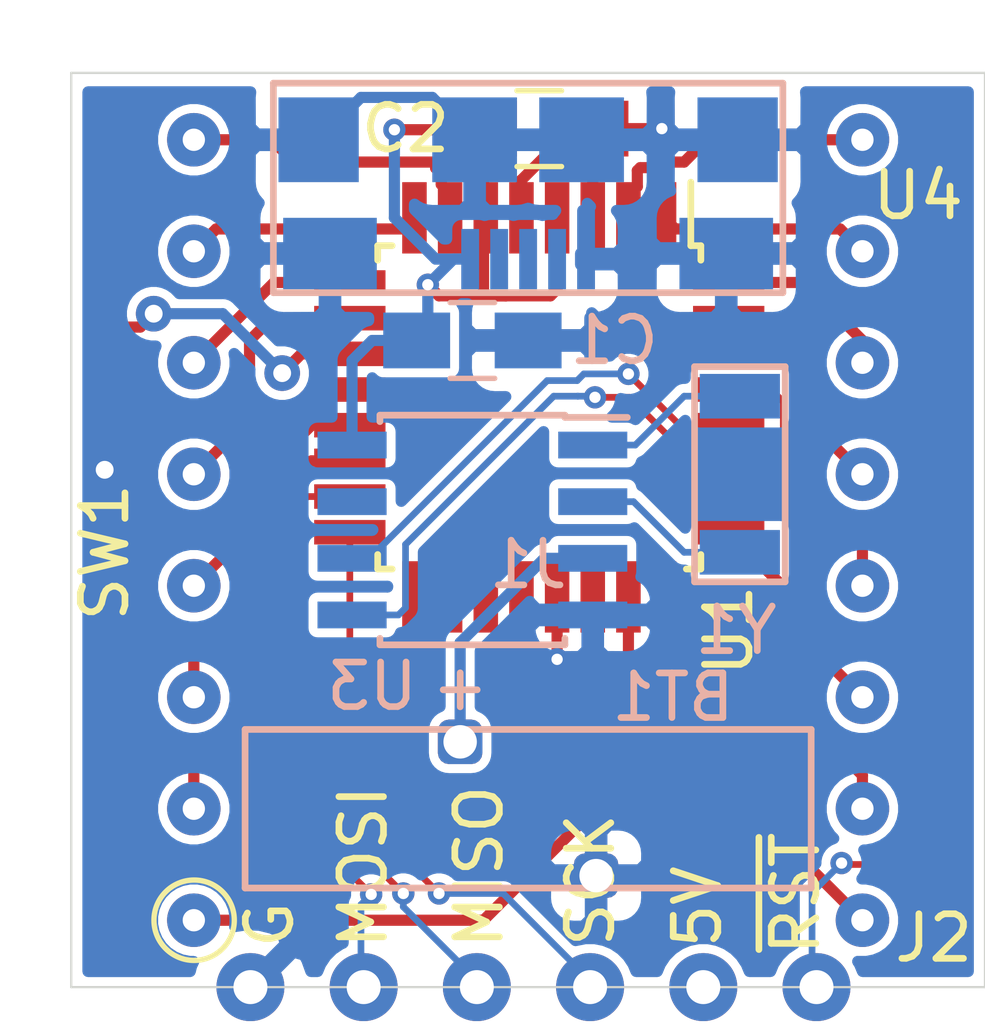
<source format=kicad_pcb>
(kicad_pcb (version 20171130) (host pcbnew "(5.1.8)-1")

  (general
    (thickness 1.6)
    (drawings 10)
    (tracks 185)
    (zones 0)
    (modules 10)
    (nets 29)
  )

  (page A4)
  (layers
    (0 F.Cu signal)
    (31 B.Cu signal)
    (32 B.Adhes user)
    (33 F.Adhes user)
    (34 B.Paste user)
    (35 F.Paste user)
    (36 B.SilkS user)
    (37 F.SilkS user)
    (38 B.Mask user)
    (39 F.Mask user)
    (40 Dwgs.User user)
    (41 Cmts.User user)
    (42 Eco1.User user)
    (43 Eco2.User user)
    (44 Edge.Cuts user)
    (45 Margin user)
    (46 B.CrtYd user)
    (47 F.CrtYd user)
    (48 B.Fab user hide)
    (49 F.Fab user hide)
  )

  (setup
    (last_trace_width 0.25)
    (user_trace_width 0.15)
    (trace_clearance 0.2)
    (zone_clearance 0.2)
    (zone_45_only no)
    (trace_min 0.15)
    (via_size 0.8)
    (via_drill 0.4)
    (via_min_size 0.4)
    (via_min_drill 0.254)
    (user_via 0.5 0.254)
    (uvia_size 0.3)
    (uvia_drill 0.1)
    (uvias_allowed no)
    (uvia_min_size 0.2)
    (uvia_min_drill 0.1)
    (edge_width 0.05)
    (segment_width 0.2)
    (pcb_text_width 0.3)
    (pcb_text_size 1.5 1.5)
    (mod_edge_width 0.12)
    (mod_text_size 1 1)
    (mod_text_width 0.15)
    (pad_size 1.524 1.524)
    (pad_drill 0.762)
    (pad_to_mask_clearance 0)
    (aux_axis_origin 0 0)
    (grid_origin 151.1 102.8)
    (visible_elements 7FFFFFFF)
    (pcbplotparams
      (layerselection 0x010fc_ffffffff)
      (usegerberextensions false)
      (usegerberattributes true)
      (usegerberadvancedattributes true)
      (creategerberjobfile true)
      (excludeedgelayer true)
      (linewidth 0.100000)
      (plotframeref false)
      (viasonmask false)
      (mode 1)
      (useauxorigin false)
      (hpglpennumber 1)
      (hpglpenspeed 20)
      (hpglpendiameter 15.000000)
      (psnegative false)
      (psa4output false)
      (plotreference true)
      (plotvalue true)
      (plotinvisibletext false)
      (padsonsilk false)
      (subtractmaskfromsilk false)
      (outputformat 1)
      (mirror false)
      (drillshape 1)
      (scaleselection 1)
      (outputdirectory ""))
  )

  (net 0 "")
  (net 1 +5V)
  (net 2 GND)
  (net 3 /RST)
  (net 4 /MOSI)
  (net 5 /SCK)
  (net 6 /MISO)
  (net 7 "Net-(SW1-Pad1)")
  (net 8 /SDA)
  (net 9 /SCL)
  (net 10 "Net-(U3-Pad1)")
  (net 11 "Net-(U3-Pad2)")
  (net 12 "Net-(BT1-Pad1)")
  (net 13 /1)
  (net 14 /2)
  (net 15 /7)
  (net 16 /8)
  (net 17 /9)
  (net 18 /10)
  (net 19 /12)
  (net 20 /13)
  (net 21 /14)
  (net 22 /23)
  (net 23 /24)
  (net 24 /25)
  (net 25 /26)
  (net 26 /30)
  (net 27 /31)
  (net 28 /32)

  (net_class Default "This is the default net class."
    (clearance 0.2)
    (trace_width 0.25)
    (via_dia 0.8)
    (via_drill 0.4)
    (uvia_dia 0.3)
    (uvia_drill 0.1)
    (add_net +5V)
    (add_net /1)
    (add_net /10)
    (add_net /12)
    (add_net /13)
    (add_net /14)
    (add_net /2)
    (add_net /23)
    (add_net /24)
    (add_net /25)
    (add_net /26)
    (add_net /30)
    (add_net /31)
    (add_net /32)
    (add_net /7)
    (add_net /8)
    (add_net /9)
    (add_net /MISO)
    (add_net /MOSI)
    (add_net /RST)
    (add_net /SCK)
    (add_net /SCL)
    (add_net /SDA)
    (add_net GND)
    (add_net "Net-(BT1-Pad1)")
    (add_net "Net-(SW1-Pad1)")
    (add_net "Net-(U3-Pad1)")
    (add_net "Net-(U3-Pad2)")
  )

  (module "MicroWordClockTut:NanoT BS" (layer F.Cu) (tedit 6041B76D) (tstamp 6041C9E3)
    (at 124 101.25 270)
    (path /6044E743)
    (fp_text reference SW1 (at 4 0 90) (layer F.SilkS)
      (effects (font (size 1 1) (thickness 0.15)))
    )
    (fp_text value SW_SPST_2PIN (at 0 -3.81 90) (layer F.Fab)
      (effects (font (size 1 1) (thickness 0.15)))
    )
    (fp_line (start -1.27 0.75) (end 1.27 0.75) (layer F.Fab) (width 0.15))
    (fp_line (start -1.4 0.6) (end -1.4 -0.5) (layer F.CrtYd) (width 0.12))
    (fp_line (start -1.4 -0.5) (end 1.4 -0.5) (layer F.CrtYd) (width 0.12))
    (fp_line (start 1.4 -0.5) (end 1.4 0.6) (layer F.CrtYd) (width 0.12))
    (fp_line (start 1.4 0.6) (end -1.4 0.6) (layer F.CrtYd) (width 0.12))
    (fp_text user "BOARD EDGE" (at 0.4 1.5 90) (layer F.Fab)
      (effects (font (size 1 1) (thickness 0.15)))
    )
    (pad 2 smd rect (at 1.05 0 270) (size 0.45 0.7) (layers F.Cu F.Paste F.Mask)
      (net 2 GND))
    (pad 1 smd rect (at -1.05 0 270) (size 0.45 0.7) (layers F.Cu F.Paste F.Mask)
      (net 7 "Net-(SW1-Pad1)"))
  )

  (module "MicroWordClockTut:side connector" (layer F.Cu) (tedit 6040F53B) (tstamp 601EED3E)
    (at 133.62 115 180)
    (path /601F2D0B)
    (fp_text reference J2 (at -8.98 1.1) (layer F.SilkS)
      (effects (font (size 1 1) (thickness 0.15)))
    )
    (fp_text value Conn_02x03_Male (at 0.02 -2) (layer F.Fab)
      (effects (font (size 1 1) (thickness 0.15)))
    )
    (fp_line (start -7.62 0) (end 7.62 0) (layer F.Fab) (width 0.15))
    (fp_text user "BOARD EDGE" (at 0 0) (layer F.Fab)
      (effects (font (size 1 1) (thickness 0.15)))
    )
    (pad 2 thru_hole circle (at -3.81 0 180) (size 1.524 1.524) (drill 0.762) (layers *.Cu *.Mask)
      (net 1 +5V))
    (pad 6 thru_hole circle (at 6.35 0 180) (size 1.524 1.524) (drill 0.762) (layers *.Cu *.Mask)
      (net 2 GND))
    (pad 5 thru_hole circle (at 3.81 0 180) (size 1.524 1.524) (drill 0.762) (layers *.Cu *.Mask)
      (net 4 /MOSI))
    (pad 4 thru_hole circle (at 1.27 0 180) (size 1.524 1.524) (drill 0.762) (layers *.Cu *.Mask)
      (net 6 /MISO))
    (pad 1 thru_hole circle (at -6.35 0 180) (size 1.524 1.524) (drill 0.762) (layers *.Cu *.Mask)
      (net 3 /RST))
    (pad 3 thru_hole circle (at -1.27 0 180) (size 1.524 1.524) (drill 0.762) (layers *.Cu *.Mask)
      (net 5 /SCK))
  )

  (module MicroWordClockTut:KWM-20882XVB (layer F.Cu) (tedit 603F05A3) (tstamp 601F0882)
    (at 133.5 113.5 180)
    (path /6023A48C)
    (fp_text reference U4 (at -8.75 16.25) (layer F.SilkS)
      (effects (font (size 1 1) (thickness 0.15)))
    )
    (fp_text value 8x8_LED_MATRIX (at 9 9 90) (layer F.Fab)
      (effects (font (size 1 1) (thickness 0.15)))
    )
    (fp_line (start -10 -1.25) (end 10 -1.25) (layer F.CrtYd) (width 0.12))
    (fp_line (start 10 -1.25) (end 10 18.75) (layer F.CrtYd) (width 0.12))
    (fp_line (start 10 18.75) (end -10 18.75) (layer F.CrtYd) (width 0.12))
    (fp_line (start -10 18.75) (end -10 -1.25) (layer F.CrtYd) (width 0.12))
    (fp_line (start -10 -1.25) (end 10 -1.25) (layer F.Fab) (width 0.12))
    (fp_line (start 10 -1.25) (end 10 18.75) (layer F.Fab) (width 0.12))
    (fp_line (start 10 18.75) (end -10 18.75) (layer F.Fab) (width 0.12))
    (fp_line (start -10 18.75) (end -10 -1.25) (layer F.Fab) (width 0.12))
    (fp_circle (center 7.493 0) (end 8.394388 0) (layer F.SilkS) (width 0.12))
    (fp_text user "PIN 16" (at -5.5 0) (layer F.Fab)
      (effects (font (size 1 1) (thickness 0.15)))
    )
    (fp_text user "PIN 9" (at -6 17.5) (layer F.Fab)
      (effects (font (size 1 1) (thickness 0.15)))
    )
    (fp_text user "PIN 8" (at 6 17.5) (layer F.Fab)
      (effects (font (size 1 1) (thickness 0.15)))
    )
    (fp_text user "PIN 1" (at 5.5 0) (layer F.Fab)
      (effects (font (size 1 1) (thickness 0.15)))
    )
    (pad R7 thru_hole circle (at -7.5 15 180) (size 1.2 1.2) (drill 0.5) (layers *.Cu *.Mask)
      (net 13 /1))
    (pad R5 thru_hole circle (at -7.5 10 180) (size 1.2 1.2) (drill 0.5) (layers *.Cu *.Mask)
      (net 27 /31))
    (pad C6 thru_hole circle (at -7.5 2.5 180) (size 1.2 1.2) (drill 0.5) (layers *.Cu *.Mask)
      (net 24 /25))
    (pad C7 thru_hole circle (at -7.5 5 180) (size 1.2 1.2) (drill 0.5) (layers *.Cu *.Mask)
      (net 25 /26))
    (pad C8 thru_hole circle (at -7.5 7.5 180) (size 1.2 1.2) (drill 0.5) (layers *.Cu *.Mask)
      (net 26 /30))
    (pad C5 thru_hole circle (at -7.5 0 180) (size 1.2 1.2) (drill 0.5) (layers *.Cu *.Mask)
      (net 23 /24))
    (pad R6 thru_hole circle (at -7.5 12.5 180) (size 1.2 1.2) (drill 0.5) (layers *.Cu *.Mask)
      (net 28 /32))
    (pad R8 thru_hole circle (at -7.5 17.5 180) (size 1.2 1.2) (drill 0.5) (layers *.Cu *.Mask)
      (net 14 /2))
    (pad C4 thru_hole circle (at 7.5 17.5 180) (size 1.2 1.2) (drill 0.5) (layers *.Cu *.Mask)
      (net 15 /7))
    (pad C3 thru_hole circle (at 7.5 15 180) (size 1.2 1.2) (drill 0.5) (layers *.Cu *.Mask)
      (net 16 /8))
    (pad C2 thru_hole circle (at 7.5 12.5 180) (size 1.2 1.2) (drill 0.5) (layers *.Cu *.Mask)
      (net 17 /9))
    (pad C1 thru_hole circle (at 7.5 10 180) (size 1.2 1.2) (drill 0.5) (layers *.Cu *.Mask)
      (net 18 /10))
    (pad R4 thru_hole circle (at 7.5 7.5 180) (size 1.2 1.2) (drill 0.5) (layers *.Cu *.Mask)
      (net 19 /12))
    (pad R3 thru_hole circle (at 7.5 5 180) (size 1.2 1.2) (drill 0.5) (layers *.Cu *.Mask)
      (net 20 /13))
    (pad R2 thru_hole circle (at 7.5 2.5 180) (size 1.2 1.2) (drill 0.5) (layers *.Cu *.Mask)
      (net 21 /14))
    (pad R1 thru_hole circle (at 7.5 0 180) (size 1.2 1.2) (drill 0.5) (layers *.Cu *.Mask)
      (net 22 /23))
  )

  (module MicroWordClockTut:10118192-0001LF (layer B.Cu) (tedit 60401626) (tstamp 603F0682)
    (at 133.5 96)
    (path /60408B14)
    (fp_text reference J1 (at 0 9.525) (layer B.SilkS)
      (effects (font (size 1 1) (thickness 0.15)) (justify mirror))
    )
    (fp_text value USB_B_Micro (at 0 10.795) (layer B.Fab)
      (effects (font (size 1 1) (thickness 0.15)) (justify mirror))
    )
    (fp_line (start -5.715 -1.45) (end 5.715 -1.45) (layer B.Fab) (width 0.15))
    (fp_line (start -5.715 -1.27) (end -5.715 3.429) (layer B.SilkS) (width 0.15))
    (fp_line (start 5.715 -1.27) (end -5.715 -1.27) (layer B.SilkS) (width 0.15))
    (fp_line (start 5.715 3.429) (end 5.715 -1.27) (layer B.SilkS) (width 0.15))
    (fp_line (start -5.715 3.429) (end 5.715 3.429) (layer B.SilkS) (width 0.15))
    (fp_text user "PCB EDGE LINE" (at 0 -2.286) (layer B.Fab)
      (effects (font (size 1 1) (thickness 0.15)) (justify mirror))
    )
    (pad 6 smd rect (at 4.445 2.55) (size 2.1 1.6) (layers B.Cu B.Paste B.Mask)
      (net 2 GND))
    (pad 6 smd rect (at 4.7 0) (size 1.8 1.9) (layers B.Cu B.Paste B.Mask)
      (net 2 GND))
    (pad 6 smd rect (at 1.2 0) (size 1.9 1.9) (layers B.Cu B.Paste B.Mask)
      (net 2 GND))
    (pad 6 smd rect (at -1.2 0) (size 1.9 1.9) (layers B.Cu B.Paste B.Mask)
      (net 2 GND))
    (pad 6 smd rect (at -4.7 0) (size 1.8 1.9) (layers B.Cu B.Paste B.Mask)
      (net 2 GND))
    (pad 6 smd rect (at -4.445 2.55) (size 2.1 1.6) (layers B.Cu B.Paste B.Mask)
      (net 2 GND))
    (pad 1 smd rect (at -1.3 2.675) (size 0.4 1.35) (layers B.Cu B.Paste B.Mask)
      (net 1 +5V))
    (pad 2 smd rect (at -0.65 2.675) (size 0.4 1.35) (layers B.Cu B.Paste B.Mask))
    (pad 4 smd rect (at 0.65 2.675) (size 0.4 1.35) (layers B.Cu B.Paste B.Mask))
    (pad 5 smd rect (at 1.3 2.675) (size 0.4 1.35) (layers B.Cu B.Paste B.Mask)
      (net 2 GND))
    (pad 3 smd rect (at 0 2.675) (size 0.4 1.35) (layers B.Cu B.Paste B.Mask))
  )

  (module "MicroWordClockTut:2-SMD XTAL CC7-T1A" (layer B.Cu) (tedit 6015A525) (tstamp 601EED8C)
    (at 138.25 103.5 270)
    (path /601E6EF7)
    (fp_text reference Y1 (at 3.5 0.085 180) (layer B.SilkS)
      (effects (font (size 1 1) (thickness 0.15)) (justify mirror))
    )
    (fp_text value Crystal (at 5.715 1.905 270) (layer B.Fab)
      (effects (font (size 1 1) (thickness 0.15)) (justify mirror))
    )
    (fp_line (start -2.413 -1.016) (end -2.413 1.016) (layer B.SilkS) (width 0.15))
    (fp_line (start 2.413 -1.016) (end -2.413 -1.016) (layer B.SilkS) (width 0.15))
    (fp_line (start 2.413 1.016) (end 2.413 -1.016) (layer B.SilkS) (width 0.15))
    (fp_line (start -2.413 1.016) (end 2.413 1.016) (layer B.SilkS) (width 0.15))
    (fp_line (start -1.6 -0.75) (end 1.6 -0.75) (layer B.Fab) (width 0.12))
    (fp_line (start -1.6 0.75) (end 1.6 0.75) (layer B.Fab) (width 0.12))
    (fp_line (start 1.6 0.75) (end 1.6 -0.75) (layer B.Fab) (width 0.12))
    (fp_line (start -1.6 0.75) (end -1.6 -0.75) (layer B.Fab) (width 0.12))
    (fp_line (start -2.54 1.143) (end 2.54 1.143) (layer B.CrtYd) (width 0.12))
    (fp_line (start 2.54 1.143) (end 2.54 -1.143) (layer B.CrtYd) (width 0.12))
    (fp_line (start 2.54 -1.143) (end -2.54 -1.143) (layer B.CrtYd) (width 0.12))
    (fp_line (start -2.54 -1.143) (end -2.54 1.143) (layer B.CrtYd) (width 0.12))
    (pad 2 smd rect (at 1.75 0 270) (size 1 1.8) (layers B.Cu B.Paste B.Mask)
      (net 11 "Net-(U3-Pad2)"))
    (pad 1 smd rect (at -1.75 0 270) (size 1 1.8) (layers B.Cu B.Paste B.Mask)
      (net 10 "Net-(U3-Pad1)"))
  )

  (module MicroWordClockTut:BR1225VCN locked (layer B.Cu) (tedit 603F0420) (tstamp 603F063F)
    (at 133.5 111)
    (path /60439C44)
    (fp_text reference BT1 (at 3.25 -2.5 180) (layer B.SilkS)
      (effects (font (size 1 1) (thickness 0.15)) (justify mirror))
    )
    (fp_text value Battery_Cell (at 0.254 4.318 180) (layer B.Fab)
      (effects (font (size 1 1) (thickness 0.15)) (justify mirror))
    )
    (fp_line (start -1.905 -2.667) (end -1.143 -2.667) (layer B.SilkS) (width 0.15))
    (fp_line (start -1.524 -2.286) (end -1.524 -3.048) (layer B.SilkS) (width 0.15))
    (fp_line (start -6.35 1.778) (end -6.35 -1.778) (layer B.SilkS) (width 0.15))
    (fp_line (start 6.35 1.778) (end -6.35 1.778) (layer B.SilkS) (width 0.15))
    (fp_line (start 6.35 -1.778) (end 6.35 1.778) (layer B.SilkS) (width 0.15))
    (fp_line (start -6.35 -1.778) (end 6.35 -1.778) (layer B.SilkS) (width 0.15))
    (fp_line (start -6.3 1.5) (end -6.3 -1.5) (layer B.CrtYd) (width 0.12))
    (fp_line (start 6.3 1.5) (end 6.3 -1.5) (layer B.CrtYd) (width 0.12))
    (fp_line (start -6.3 1.5) (end 6.3 1.5) (layer B.CrtYd) (width 0.12))
    (fp_line (start -6.3 -1.5) (end 6.3 -1.5) (layer B.CrtYd) (width 0.12))
    (pad 2 thru_hole roundrect (at 1.525 1.5) (size 1 1) (drill 0.75) (layers *.Cu *.Mask) (roundrect_rratio 0.25)
      (net 2 GND))
    (pad 1 thru_hole roundrect (at -1.525 -1.5) (size 1 1) (drill 0.75) (layers *.Cu *.Mask) (roundrect_rratio 0.25)
      (net 12 "Net-(BT1-Pad1)"))
  )

  (module Housings_SOIC:SOIC-8_3.9x4.9mm_Pitch1.27mm (layer B.Cu) (tedit 58CD0CDA) (tstamp 601EED7A)
    (at 132.25 104.75 180)
    (descr "8-Lead Plastic Small Outline (SN) - Narrow, 3.90 mm Body [SOIC] (see Microchip Packaging Specification 00000049BS.pdf)")
    (tags "SOIC 1.27")
    (path /601E2121)
    (attr smd)
    (fp_text reference U3 (at 2.25 -3.505) (layer B.SilkS)
      (effects (font (size 1 1) (thickness 0.15)) (justify mirror))
    )
    (fp_text value DS1307Z+ (at 0 -3.5) (layer B.Fab)
      (effects (font (size 1 1) (thickness 0.15)) (justify mirror))
    )
    (fp_line (start -2.075 2.525) (end -3.475 2.525) (layer B.SilkS) (width 0.15))
    (fp_line (start -2.075 -2.575) (end 2.075 -2.575) (layer B.SilkS) (width 0.15))
    (fp_line (start -2.075 2.575) (end 2.075 2.575) (layer B.SilkS) (width 0.15))
    (fp_line (start -2.075 -2.575) (end -2.075 -2.43) (layer B.SilkS) (width 0.15))
    (fp_line (start 2.075 -2.575) (end 2.075 -2.43) (layer B.SilkS) (width 0.15))
    (fp_line (start 2.075 2.575) (end 2.075 2.43) (layer B.SilkS) (width 0.15))
    (fp_line (start -2.075 2.575) (end -2.075 2.525) (layer B.SilkS) (width 0.15))
    (fp_line (start -3.73 -2.7) (end 3.73 -2.7) (layer B.CrtYd) (width 0.05))
    (fp_line (start -3.73 2.7) (end 3.73 2.7) (layer B.CrtYd) (width 0.05))
    (fp_line (start 3.73 2.7) (end 3.73 -2.7) (layer B.CrtYd) (width 0.05))
    (fp_line (start -3.73 2.7) (end -3.73 -2.7) (layer B.CrtYd) (width 0.05))
    (fp_line (start -1.95 1.45) (end -0.95 2.45) (layer B.Fab) (width 0.1))
    (fp_line (start -1.95 -2.45) (end -1.95 1.45) (layer B.Fab) (width 0.1))
    (fp_line (start 1.95 -2.45) (end -1.95 -2.45) (layer B.Fab) (width 0.1))
    (fp_line (start 1.95 2.45) (end 1.95 -2.45) (layer B.Fab) (width 0.1))
    (fp_line (start -0.95 2.45) (end 1.95 2.45) (layer B.Fab) (width 0.1))
    (fp_text user %R (at -0.355 0.005) (layer B.Fab)
      (effects (font (size 1 1) (thickness 0.15)) (justify mirror))
    )
    (pad 1 smd rect (at -2.7 1.905 180) (size 1.55 0.6) (layers B.Cu B.Paste B.Mask)
      (net 10 "Net-(U3-Pad1)"))
    (pad 2 smd rect (at -2.7 0.635 180) (size 1.55 0.6) (layers B.Cu B.Paste B.Mask)
      (net 11 "Net-(U3-Pad2)"))
    (pad 3 smd rect (at -2.7 -0.635 180) (size 1.55 0.6) (layers B.Cu B.Paste B.Mask)
      (net 12 "Net-(BT1-Pad1)"))
    (pad 4 smd rect (at -2.7 -1.905 180) (size 1.55 0.6) (layers B.Cu B.Paste B.Mask)
      (net 2 GND))
    (pad 5 smd rect (at 2.7 -1.905 180) (size 1.55 0.6) (layers B.Cu B.Paste B.Mask)
      (net 8 /SDA))
    (pad 6 smd rect (at 2.7 -0.635 180) (size 1.55 0.6) (layers B.Cu B.Paste B.Mask)
      (net 9 /SCL))
    (pad 7 smd rect (at 2.7 0.635 180) (size 1.55 0.6) (layers B.Cu B.Paste B.Mask))
    (pad 8 smd rect (at 2.7 1.905 180) (size 1.55 0.6) (layers B.Cu B.Paste B.Mask)
      (net 1 +5V))
    (model ${KISYS3DMOD}/Housings_SOIC.3dshapes/SOIC-8_3.9x4.9mm_Pitch1.27mm.wrl
      (at (xyz 0 0 0))
      (scale (xyz 1 1 1))
      (rotate (xyz 0 0 0))
    )
  )

  (module Housings_QFP:TQFP-32_7x7mm_Pitch0.8mm (layer F.Cu) (tedit 58CC9A48) (tstamp 601EED56)
    (at 133.75 102 270)
    (descr "32-Lead Plastic Thin Quad Flatpack (PT) - 7x7x1.0 mm Body, 2.00 mm [TQFP] (see Microchip Packaging Specification 00000049BS.pdf)")
    (tags "QFP 0.8")
    (path /601D2DBF)
    (attr smd)
    (fp_text reference U1 (at 5 -4.25 90) (layer F.SilkS)
      (effects (font (size 1 1) (thickness 0.15)))
    )
    (fp_text value ATmega328P-AU (at 0 6.05 90) (layer F.Fab)
      (effects (font (size 1 1) (thickness 0.15)))
    )
    (fp_line (start -3.625 -3.4) (end -5.05 -3.4) (layer F.SilkS) (width 0.15))
    (fp_line (start 3.625 -3.625) (end 3.3 -3.625) (layer F.SilkS) (width 0.15))
    (fp_line (start 3.625 3.625) (end 3.3 3.625) (layer F.SilkS) (width 0.15))
    (fp_line (start -3.625 3.625) (end -3.3 3.625) (layer F.SilkS) (width 0.15))
    (fp_line (start -3.625 -3.625) (end -3.3 -3.625) (layer F.SilkS) (width 0.15))
    (fp_line (start -3.625 3.625) (end -3.625 3.3) (layer F.SilkS) (width 0.15))
    (fp_line (start 3.625 3.625) (end 3.625 3.3) (layer F.SilkS) (width 0.15))
    (fp_line (start 3.625 -3.625) (end 3.625 -3.3) (layer F.SilkS) (width 0.15))
    (fp_line (start -3.625 -3.625) (end -3.625 -3.4) (layer F.SilkS) (width 0.15))
    (fp_line (start -5.3 5.3) (end 5.3 5.3) (layer F.CrtYd) (width 0.05))
    (fp_line (start -5.3 -5.3) (end 5.3 -5.3) (layer F.CrtYd) (width 0.05))
    (fp_line (start 5.3 -5.3) (end 5.3 5.3) (layer F.CrtYd) (width 0.05))
    (fp_line (start -5.3 -5.3) (end -5.3 5.3) (layer F.CrtYd) (width 0.05))
    (fp_line (start -3.5 -2.5) (end -2.5 -3.5) (layer F.Fab) (width 0.15))
    (fp_line (start -3.5 3.5) (end -3.5 -2.5) (layer F.Fab) (width 0.15))
    (fp_line (start 3.5 3.5) (end -3.5 3.5) (layer F.Fab) (width 0.15))
    (fp_line (start 3.5 -3.5) (end 3.5 3.5) (layer F.Fab) (width 0.15))
    (fp_line (start -2.5 -3.5) (end 3.5 -3.5) (layer F.Fab) (width 0.15))
    (fp_text user %R (at 0 0 90) (layer F.Fab)
      (effects (font (size 1 1) (thickness 0.15)))
    )
    (pad 1 smd rect (at -4.25 -2.8 270) (size 1.6 0.55) (layers F.Cu F.Paste F.Mask)
      (net 13 /1))
    (pad 2 smd rect (at -4.25 -2 270) (size 1.6 0.55) (layers F.Cu F.Paste F.Mask)
      (net 14 /2))
    (pad 3 smd rect (at -4.25 -1.2 270) (size 1.6 0.55) (layers F.Cu F.Paste F.Mask)
      (net 2 GND))
    (pad 4 smd rect (at -4.25 -0.4 270) (size 1.6 0.55) (layers F.Cu F.Paste F.Mask)
      (net 1 +5V))
    (pad 5 smd rect (at -4.25 0.4 270) (size 1.6 0.55) (layers F.Cu F.Paste F.Mask)
      (net 2 GND))
    (pad 6 smd rect (at -4.25 1.2 270) (size 1.6 0.55) (layers F.Cu F.Paste F.Mask)
      (net 1 +5V))
    (pad 7 smd rect (at -4.25 2 270) (size 1.6 0.55) (layers F.Cu F.Paste F.Mask)
      (net 15 /7))
    (pad 8 smd rect (at -4.25 2.8 270) (size 1.6 0.55) (layers F.Cu F.Paste F.Mask)
      (net 16 /8))
    (pad 9 smd rect (at -2.8 4.25) (size 1.6 0.55) (layers F.Cu F.Paste F.Mask)
      (net 17 /9))
    (pad 10 smd rect (at -2 4.25) (size 1.6 0.55) (layers F.Cu F.Paste F.Mask)
      (net 18 /10))
    (pad 11 smd rect (at -1.2 4.25) (size 1.6 0.55) (layers F.Cu F.Paste F.Mask)
      (net 7 "Net-(SW1-Pad1)"))
    (pad 12 smd rect (at -0.4 4.25) (size 1.6 0.55) (layers F.Cu F.Paste F.Mask)
      (net 19 /12))
    (pad 13 smd rect (at 0.4 4.25) (size 1.6 0.55) (layers F.Cu F.Paste F.Mask)
      (net 20 /13))
    (pad 14 smd rect (at 1.2 4.25) (size 1.6 0.55) (layers F.Cu F.Paste F.Mask)
      (net 21 /14))
    (pad 15 smd rect (at 2 4.25) (size 1.6 0.55) (layers F.Cu F.Paste F.Mask)
      (net 4 /MOSI))
    (pad 16 smd rect (at 2.8 4.25) (size 1.6 0.55) (layers F.Cu F.Paste F.Mask)
      (net 6 /MISO))
    (pad 17 smd rect (at 4.25 2.8 270) (size 1.6 0.55) (layers F.Cu F.Paste F.Mask)
      (net 5 /SCK))
    (pad 18 smd rect (at 4.25 2 270) (size 1.6 0.55) (layers F.Cu F.Paste F.Mask))
    (pad 19 smd rect (at 4.25 1.2 270) (size 1.6 0.55) (layers F.Cu F.Paste F.Mask))
    (pad 20 smd rect (at 4.25 0.4 270) (size 1.6 0.55) (layers F.Cu F.Paste F.Mask))
    (pad 21 smd rect (at 4.25 -0.4 270) (size 1.6 0.55) (layers F.Cu F.Paste F.Mask)
      (net 2 GND))
    (pad 22 smd rect (at 4.25 -1.2 270) (size 1.6 0.55) (layers F.Cu F.Paste F.Mask))
    (pad 23 smd rect (at 4.25 -2 270) (size 1.6 0.55) (layers F.Cu F.Paste F.Mask)
      (net 22 /23))
    (pad 24 smd rect (at 4.25 -2.8 270) (size 1.6 0.55) (layers F.Cu F.Paste F.Mask)
      (net 23 /24))
    (pad 25 smd rect (at 2.8 -4.25) (size 1.6 0.55) (layers F.Cu F.Paste F.Mask)
      (net 24 /25))
    (pad 26 smd rect (at 2 -4.25) (size 1.6 0.55) (layers F.Cu F.Paste F.Mask)
      (net 25 /26))
    (pad 27 smd rect (at 1.2 -4.25) (size 1.6 0.55) (layers F.Cu F.Paste F.Mask)
      (net 8 /SDA))
    (pad 28 smd rect (at 0.4 -4.25) (size 1.6 0.55) (layers F.Cu F.Paste F.Mask)
      (net 9 /SCL))
    (pad 29 smd rect (at -0.4 -4.25) (size 1.6 0.55) (layers F.Cu F.Paste F.Mask)
      (net 3 /RST))
    (pad 30 smd rect (at -1.2 -4.25) (size 1.6 0.55) (layers F.Cu F.Paste F.Mask)
      (net 26 /30))
    (pad 31 smd rect (at -2 -4.25) (size 1.6 0.55) (layers F.Cu F.Paste F.Mask)
      (net 27 /31))
    (pad 32 smd rect (at -2.8 -4.25) (size 1.6 0.55) (layers F.Cu F.Paste F.Mask)
      (net 28 /32))
    (model ${KISYS3DMOD}/Housings_QFP.3dshapes/TQFP-32_7x7mm_Pitch0.8mm.wrl
      (at (xyz 0 0 0))
      (scale (xyz 1 1 1))
      (rotate (xyz 0 0 0))
    )
  )

  (module Capacitors_SMD:C_0805_HandSoldering (layer F.Cu) (tedit 58AA84A8) (tstamp 601EED15)
    (at 133.75 95.75)
    (descr "Capacitor SMD 0805, hand soldering")
    (tags "capacitor 0805")
    (path /601DC64B)
    (attr smd)
    (fp_text reference C2 (at -3 0 180) (layer F.SilkS)
      (effects (font (size 1 1) (thickness 0.15)))
    )
    (fp_text value C (at 0 1.75) (layer F.Fab)
      (effects (font (size 1 1) (thickness 0.15)))
    )
    (fp_line (start 2.25 0.87) (end -2.25 0.87) (layer F.CrtYd) (width 0.05))
    (fp_line (start 2.25 0.87) (end 2.25 -0.88) (layer F.CrtYd) (width 0.05))
    (fp_line (start -2.25 -0.88) (end -2.25 0.87) (layer F.CrtYd) (width 0.05))
    (fp_line (start -2.25 -0.88) (end 2.25 -0.88) (layer F.CrtYd) (width 0.05))
    (fp_line (start -0.5 0.85) (end 0.5 0.85) (layer F.SilkS) (width 0.12))
    (fp_line (start 0.5 -0.85) (end -0.5 -0.85) (layer F.SilkS) (width 0.12))
    (fp_line (start -1 -0.62) (end 1 -0.62) (layer F.Fab) (width 0.1))
    (fp_line (start 1 -0.62) (end 1 0.62) (layer F.Fab) (width 0.1))
    (fp_line (start 1 0.62) (end -1 0.62) (layer F.Fab) (width 0.1))
    (fp_line (start -1 0.62) (end -1 -0.62) (layer F.Fab) (width 0.1))
    (fp_text user %R (at 0 -1.75) (layer F.Fab)
      (effects (font (size 1 1) (thickness 0.15)))
    )
    (pad 1 smd rect (at -1.25 0) (size 1.5 1.25) (layers F.Cu F.Paste F.Mask)
      (net 1 +5V))
    (pad 2 smd rect (at 1.25 0) (size 1.5 1.25) (layers F.Cu F.Paste F.Mask)
      (net 2 GND))
    (model Capacitors_SMD.3dshapes/C_0805.wrl
      (at (xyz 0 0 0))
      (scale (xyz 1 1 1))
      (rotate (xyz 0 0 0))
    )
  )

  (module Capacitors_SMD:C_0805_HandSoldering (layer B.Cu) (tedit 58AA84A8) (tstamp 601EED12)
    (at 132.25 100.5)
    (descr "Capacitor SMD 0805, hand soldering")
    (tags "capacitor 0805")
    (path /601DB948)
    (attr smd)
    (fp_text reference C1 (at 3.181981 0) (layer B.SilkS)
      (effects (font (size 1 1) (thickness 0.15)) (justify mirror))
    )
    (fp_text value C (at 0 -1.75) (layer B.Fab)
      (effects (font (size 1 1) (thickness 0.15)) (justify mirror))
    )
    (fp_line (start 2.25 -0.87) (end -2.25 -0.87) (layer B.CrtYd) (width 0.05))
    (fp_line (start 2.25 -0.87) (end 2.25 0.88) (layer B.CrtYd) (width 0.05))
    (fp_line (start -2.25 0.88) (end -2.25 -0.87) (layer B.CrtYd) (width 0.05))
    (fp_line (start -2.25 0.88) (end 2.25 0.88) (layer B.CrtYd) (width 0.05))
    (fp_line (start -0.5 -0.85) (end 0.5 -0.85) (layer B.SilkS) (width 0.12))
    (fp_line (start 0.5 0.85) (end -0.5 0.85) (layer B.SilkS) (width 0.12))
    (fp_line (start -1 0.62) (end 1 0.62) (layer B.Fab) (width 0.1))
    (fp_line (start 1 0.62) (end 1 -0.62) (layer B.Fab) (width 0.1))
    (fp_line (start 1 -0.62) (end -1 -0.62) (layer B.Fab) (width 0.1))
    (fp_line (start -1 -0.62) (end -1 0.62) (layer B.Fab) (width 0.1))
    (fp_text user %R (at 0 1.75) (layer B.Fab)
      (effects (font (size 1 1) (thickness 0.15)) (justify mirror))
    )
    (pad 1 smd rect (at -1.25 0) (size 1.5 1.25) (layers B.Cu B.Paste B.Mask)
      (net 1 +5V))
    (pad 2 smd rect (at 1.25 0) (size 1.5 1.25) (layers B.Cu B.Paste B.Mask)
      (net 2 GND))
    (model Capacitors_SMD.3dshapes/C_0805.wrl
      (at (xyz 0 0 0))
      (scale (xyz 1 1 1))
      (rotate (xyz 0 0 0))
    )
  )

  (gr_text ~RST (at 139.5 112.9 90) (layer F.SilkS)
    (effects (font (size 1 1) (thickness 0.15)))
  )
  (gr_text 5V (at 137.3 113.2 90) (layer F.SilkS)
    (effects (font (size 1 1) (thickness 0.15)))
  )
  (gr_text SCK (at 134.9 112.6 90) (layer F.SilkS)
    (effects (font (size 1 1) (thickness 0.15)))
  )
  (gr_text MISO (at 132.4 112.3 90) (layer F.SilkS)
    (effects (font (size 1 1) (thickness 0.15)))
  )
  (gr_text MOSI (at 129.8 112.3 90) (layer F.SilkS)
    (effects (font (size 1 1) (thickness 0.15)))
  )
  (gr_text G (at 127.7 113.6 90) (layer F.SilkS)
    (effects (font (size 1 1) (thickness 0.15)))
  )
  (gr_line (start 123.25 115) (end 123.25 94.5) (layer Edge.Cuts) (width 0.05) (tstamp 601F0A50))
  (gr_line (start 143.75 115) (end 123.25 115) (layer Edge.Cuts) (width 0.05))
  (gr_line (start 143.75 94.5) (end 143.75 115) (layer Edge.Cuts) (width 0.05))
  (gr_line (start 123.25 94.5) (end 143.75 94.5) (layer Edge.Cuts) (width 0.05))

  (segment (start 134.15 98) (end 134.15 99.35) (width 0.25) (layer F.Cu) (net 1))
  (segment (start 134.15 99.35) (end 134 99.5) (width 0.25) (layer F.Cu) (net 1))
  (segment (start 134 99.5) (end 133 99.5) (width 0.25) (layer F.Cu) (net 1))
  (segment (start 130.5 97.75) (end 130.5 95.77499) (width 0.25) (layer B.Cu) (net 1))
  (segment (start 131.425 98.675) (end 130.5 97.75) (width 0.25) (layer B.Cu) (net 1))
  (segment (start 132.2 98.675) (end 131.425 98.675) (width 0.25) (layer B.Cu) (net 1))
  (segment (start 132.02499 95.77499) (end 130.5 95.77499) (width 0.25) (layer F.Cu) (net 1))
  (segment (start 132.5 96.25) (end 132.02499 95.77499) (width 0.25) (layer F.Cu) (net 1))
  (segment (start 132.5 99.5) (end 132.5 96.25) (width 0.25) (layer F.Cu) (net 1))
  (segment (start 133 99.5) (end 132.5 99.5) (width 0.25) (layer F.Cu) (net 1))
  (segment (start 129.55 102.845) (end 129.55 100.95) (width 0.25) (layer B.Cu) (net 1))
  (segment (start 131.825 98.675) (end 131.25 99.25) (width 0.25) (layer B.Cu) (net 1))
  (segment (start 132.2 98.675) (end 131.825 98.675) (width 0.25) (layer B.Cu) (net 1))
  (segment (start 131.5 99.5) (end 131.25 99.25) (width 0.25) (layer F.Cu) (net 1))
  (segment (start 133 99.5) (end 131.5 99.5) (width 0.25) (layer F.Cu) (net 1))
  (segment (start 131.25 100.25) (end 131 100.5) (width 0.25) (layer B.Cu) (net 1))
  (segment (start 131.25 99.25) (end 131.25 100.25) (width 0.25) (layer B.Cu) (net 1))
  (segment (start 130 100.5) (end 131 100.5) (width 0.25) (layer B.Cu) (net 1))
  (segment (start 129.55 100.95) (end 130 100.5) (width 0.25) (layer B.Cu) (net 1))
  (segment (start 130.5 95.77499) (end 130.5 95.77499) (width 0.25) (layer F.Cu) (net 1) (tstamp 604515FE))
  (segment (start 130.5 95.77499) (end 130.5 95.77499) (width 0.25) (layer F.Cu) (net 1) (tstamp 60451621))
  (via (at 130.5 95.77499) (size 0.5) (drill 0.254) (layers F.Cu B.Cu) (net 1))
  (segment (start 131.25 99.25) (end 131.25 99.25) (width 0.25) (layer F.Cu) (net 1) (tstamp 6045169D))
  (via (at 131.25 99.25) (size 0.5) (drill 0.254) (layers F.Cu B.Cu) (net 1))
  (segment (start 133.35 96.9) (end 134.5 95.75) (width 0.25) (layer F.Cu) (net 2))
  (segment (start 133.35 98) (end 133.35 96.9) (width 0.25) (layer F.Cu) (net 2))
  (segment (start 134.95 96.2) (end 134.5 95.75) (width 0.25) (layer F.Cu) (net 2))
  (segment (start 134.95 98) (end 134.95 96.2) (width 0.25) (layer F.Cu) (net 2))
  (segment (start 128.8 96) (end 129.750011 95.049989) (width 0.25) (layer B.Cu) (net 2))
  (segment (start 131.349989 95.049989) (end 132.3 96) (width 0.25) (layer B.Cu) (net 2))
  (segment (start 129.750011 95.049989) (end 131.349989 95.049989) (width 0.25) (layer B.Cu) (net 2))
  (segment (start 134.5 95.75) (end 136.5 95.75) (width 0.25) (layer F.Cu) (net 2))
  (segment (start 134.15 106.25) (end 134.15 107.65) (width 0.25) (layer F.Cu) (net 2))
  (via (at 124.000008 103.4) (size 0.8) (drill 0.4) (layers F.Cu B.Cu) (net 2))
  (segment (start 124 102.3) (end 124 103.399992) (width 0.25) (layer F.Cu) (net 2))
  (segment (start 124 103.399992) (end 124.000008 103.4) (width 0.25) (layer F.Cu) (net 2))
  (segment (start 136.5 95.75) (end 136.5 95.75) (width 0.25) (layer F.Cu) (net 2) (tstamp 60451644))
  (via (at 136.5 95.75) (size 0.5) (drill 0.254) (layers F.Cu B.Cu) (net 2))
  (segment (start 134.15 107.65) (end 134.15 107.65) (width 0.25) (layer F.Cu) (net 2) (tstamp 604516C0))
  (via (at 134.15 107.65) (size 0.5) (drill 0.254) (layers F.Cu B.Cu) (net 2))
  (via (at 140.531587 112.218413) (size 0.5) (drill 0.254) (layers F.Cu B.Cu) (net 3))
  (segment (start 139.87 112.88) (end 139.87 114.44999) (width 0.15) (layer B.Cu) (net 3))
  (segment (start 140.531587 112.218413) (end 139.87 112.88) (width 0.15) (layer B.Cu) (net 3))
  (segment (start 141.75 112.25) (end 140.5 112.25) (width 0.15) (layer F.Cu) (net 3))
  (segment (start 140.5 112.25) (end 140.531587 112.218413) (width 0.15) (layer F.Cu) (net 3))
  (segment (start 142.25 111.75) (end 141.75 112.25) (width 0.15) (layer F.Cu) (net 3))
  (segment (start 142.25 107.75) (end 142.25 111.75) (width 0.15) (layer F.Cu) (net 3))
  (segment (start 140.5 107.25) (end 141.75 107.25) (width 0.15) (layer F.Cu) (net 3))
  (segment (start 140.100022 104.647911) (end 140.100022 106.850022) (width 0.15) (layer F.Cu) (net 3))
  (segment (start 141.75 107.25) (end 142.25 107.75) (width 0.15) (layer F.Cu) (net 3))
  (segment (start 139.224979 103.772868) (end 140.100022 104.647911) (width 0.15) (layer F.Cu) (net 3))
  (segment (start 140.100022 106.850022) (end 140.5 107.25) (width 0.15) (layer F.Cu) (net 3))
  (segment (start 139.224979 101.874979) (end 139.224979 103.772868) (width 0.15) (layer F.Cu) (net 3))
  (segment (start 138.95 101.6) (end 139.224979 101.874979) (width 0.15) (layer F.Cu) (net 3))
  (segment (start 138 101.6) (end 138.95 101.6) (width 0.15) (layer F.Cu) (net 3))
  (segment (start 129.5 104) (end 128.55 104) (width 0.15) (layer F.Cu) (net 4))
  (via (at 129.978763 112.921241) (size 0.5) (drill 0.254) (layers F.Cu B.Cu) (net 4))
  (segment (start 128.55 104) (end 128.424999 104.125001) (width 0.15) (layer F.Cu) (net 4))
  (segment (start 128.424999 104.125001) (end 128.424999 111.367477) (width 0.15) (layer F.Cu) (net 4))
  (segment (start 128.424999 111.367477) (end 129.978763 112.921241) (width 0.15) (layer F.Cu) (net 4))
  (segment (start 129.75 114.44999) (end 129.75 113.150004) (width 0.15) (layer B.Cu) (net 4))
  (segment (start 129.75 113.150004) (end 129.978763 112.921241) (width 0.15) (layer B.Cu) (net 4))
  (segment (start 132.94 112.9) (end 131.5 112.9) (width 0.15) (layer B.Cu) (net 5))
  (segment (start 134.48999 114.44999) (end 132.94 112.9) (width 0.15) (layer B.Cu) (net 5))
  (segment (start 130.95 112.35) (end 131.5 112.9) (width 0.15) (layer F.Cu) (net 5))
  (segment (start 130.95 106.25) (end 130.95 112.35) (width 0.15) (layer F.Cu) (net 5))
  (via (at 131.5 112.9) (size 0.5) (drill 0.254) (layers F.Cu B.Cu) (net 5))
  (via (at 130.699845 112.899845) (size 0.5) (drill 0.254) (layers F.Cu B.Cu) (net 6))
  (segment (start 129.5 111.7) (end 130.699845 112.899845) (width 0.15) (layer F.Cu) (net 6))
  (segment (start 129.5 104.8) (end 129.5 111.7) (width 0.15) (layer F.Cu) (net 6))
  (segment (start 131.94999 114.44999) (end 130.699845 113.199845) (width 0.15) (layer B.Cu) (net 6))
  (segment (start 130.699845 113.199845) (end 130.699845 112.899845) (width 0.15) (layer B.Cu) (net 6))
  (via (at 127.982346 101.232346) (size 0.8) (drill 0.4) (layers F.Cu B.Cu) (net 7))
  (segment (start 128.414692 100.8) (end 128 101.214692) (width 0.25) (layer F.Cu) (net 7))
  (segment (start 129.5 100.8) (end 128.414692 100.8) (width 0.25) (layer F.Cu) (net 7))
  (segment (start 126.65 99.9) (end 125.1 99.9) (width 0.25) (layer B.Cu) (net 7))
  (segment (start 127.982346 101.232346) (end 126.65 99.9) (width 0.25) (layer B.Cu) (net 7))
  (segment (start 124.8 100.2) (end 125.1 99.9) (width 0.25) (layer F.Cu) (net 7))
  (segment (start 124 100.2) (end 124.8 100.2) (width 0.25) (layer F.Cu) (net 7))
  (via (at 125.1 99.9) (size 0.8) (drill 0.4) (layers F.Cu B.Cu) (net 7))
  (via (at 135 101.77501) (size 0.5) (drill 0.254) (layers F.Cu B.Cu) (net 8))
  (segment (start 135.77501 101.77501) (end 135 101.77501) (width 0.15) (layer F.Cu) (net 8))
  (segment (start 137.2 103.2) (end 135.77501 101.77501) (width 0.15) (layer F.Cu) (net 8))
  (segment (start 138 103.2) (end 137.2 103.2) (width 0.15) (layer F.Cu) (net 8))
  (segment (start 134.614992 101.75) (end 134.97499 101.75) (width 0.15) (layer B.Cu) (net 8))
  (segment (start 134.614981 101.750011) (end 134.614992 101.75) (width 0.15) (layer B.Cu) (net 8))
  (segment (start 134.073211 101.750012) (end 134.614981 101.750011) (width 0.15) (layer B.Cu) (net 8))
  (segment (start 134.97499 101.75) (end 135 101.77501) (width 0.15) (layer B.Cu) (net 8))
  (segment (start 130.75 105.073223) (end 134.073211 101.750012) (width 0.15) (layer B.Cu) (net 8))
  (segment (start 130.75 106.49499) (end 130.75 105.073223) (width 0.15) (layer B.Cu) (net 8))
  (segment (start 130.58999 106.655) (end 130.75 106.49499) (width 0.15) (layer B.Cu) (net 8))
  (segment (start 129.55 106.655) (end 130.58999 106.655) (width 0.15) (layer B.Cu) (net 8))
  (via (at 135.750006 101.25) (size 0.5) (drill 0.254) (layers F.Cu B.Cu) (net 9))
  (segment (start 138 102.4) (end 136.900006 102.4) (width 0.15) (layer F.Cu) (net 9))
  (segment (start 136.900006 102.4) (end 135.750006 101.25) (width 0.15) (layer F.Cu) (net 9))
  (segment (start 129.943233 105.385) (end 133.928232 101.400001) (width 0.15) (layer B.Cu) (net 9))
  (segment (start 129.55 105.385) (end 129.943233 105.385) (width 0.15) (layer B.Cu) (net 9))
  (segment (start 133.928232 101.400001) (end 134.599999 101.400001) (width 0.15) (layer B.Cu) (net 9))
  (segment (start 134.599999 101.400001) (end 134.75 101.25) (width 0.15) (layer B.Cu) (net 9))
  (segment (start 134.75 101.25) (end 135.750006 101.25) (width 0.15) (layer B.Cu) (net 9))
  (segment (start 134.95 102.845) (end 135.905 102.845) (width 0.15) (layer B.Cu) (net 10))
  (segment (start 137 101.75) (end 138.25 101.75) (width 0.15) (layer B.Cu) (net 10))
  (segment (start 135.905 102.845) (end 137 101.75) (width 0.15) (layer B.Cu) (net 10))
  (segment (start 134.95 104.115) (end 135.865 104.115) (width 0.15) (layer B.Cu) (net 11))
  (segment (start 137 105.25) (end 138.25 105.25) (width 0.15) (layer B.Cu) (net 11))
  (segment (start 135.865 104.115) (end 137 105.25) (width 0.15) (layer B.Cu) (net 11))
  (segment (start 131.975 109.5) (end 131.975 107.275) (width 0.25) (layer B.Cu) (net 12))
  (segment (start 133.865 105.385) (end 134.95 105.385) (width 0.25) (layer B.Cu) (net 12))
  (segment (start 131.975 107.275) (end 133.865 105.385) (width 0.25) (layer B.Cu) (net 12))
  (segment (start 136.8 98) (end 136.55 97.75) (width 0.25) (layer F.Cu) (net 13))
  (segment (start 140.5 98) (end 136.8 98) (width 0.25) (layer F.Cu) (net 13))
  (segment (start 141 98.5) (end 140.5 98) (width 0.25) (layer F.Cu) (net 13))
  (segment (start 135.75 97.25) (end 135.75 98) (width 0.25) (layer F.Cu) (net 14))
  (segment (start 135.949999 97.050001) (end 135.75 97.25) (width 0.25) (layer F.Cu) (net 14))
  (segment (start 136.014999 96.624999) (end 135.949999 96.689999) (width 0.25) (layer F.Cu) (net 14))
  (segment (start 135.949999 96.689999) (end 135.949999 97.050001) (width 0.25) (layer F.Cu) (net 14))
  (segment (start 136.5 96.5) (end 136.375001 96.624999) (width 0.25) (layer F.Cu) (net 14))
  (segment (start 137 96.5) (end 136.5 96.5) (width 0.25) (layer F.Cu) (net 14))
  (segment (start 136.375001 96.624999) (end 136.014999 96.624999) (width 0.25) (layer F.Cu) (net 14))
  (segment (start 137.5 96) (end 137 96.5) (width 0.25) (layer F.Cu) (net 14))
  (segment (start 141 96) (end 137.5 96) (width 0.25) (layer F.Cu) (net 14))
  (segment (start 128.25 96.5) (end 127.75 96) (width 0.25) (layer F.Cu) (net 15))
  (segment (start 127.75 96) (end 126 96) (width 0.25) (layer F.Cu) (net 15))
  (segment (start 131.424999 96.635001) (end 131.424999 96.5) (width 0.25) (layer F.Cu) (net 15))
  (segment (start 131.489999 96.700001) (end 131.424999 96.635001) (width 0.25) (layer F.Cu) (net 15))
  (segment (start 131.550001 96.700001) (end 131.489999 96.700001) (width 0.25) (layer F.Cu) (net 15))
  (segment (start 131.550001 97.000001) (end 131.550001 96.700001) (width 0.25) (layer F.Cu) (net 15))
  (segment (start 131.75 97.2) (end 131.550001 97.000001) (width 0.25) (layer F.Cu) (net 15))
  (segment (start 131.424999 96.5) (end 128.25 96.5) (width 0.25) (layer F.Cu) (net 15))
  (segment (start 131.75 98) (end 131.75 97.2) (width 0.25) (layer F.Cu) (net 15))
  (segment (start 126.5 98) (end 126 98.5) (width 0.25) (layer F.Cu) (net 16))
  (segment (start 130.7 98) (end 126.5 98) (width 0.25) (layer F.Cu) (net 16))
  (segment (start 127.8 99.2) (end 126 101) (width 0.25) (layer F.Cu) (net 17))
  (segment (start 129.5 99.2) (end 127.8 99.2) (width 0.25) (layer F.Cu) (net 17))
  (segment (start 127.25 102.25) (end 126 103.5) (width 0.25) (layer F.Cu) (net 18))
  (segment (start 127.25 100.5) (end 127.25 102.25) (width 0.25) (layer F.Cu) (net 18))
  (segment (start 127.75 100) (end 127.25 100.5) (width 0.25) (layer F.Cu) (net 18))
  (segment (start 129.5 100) (end 127.75 100) (width 0.25) (layer F.Cu) (net 18))
  (segment (start 126.925001 105.074999) (end 126 106) (width 0.25) (layer F.Cu) (net 19))
  (segment (start 126.925001 103.314997) (end 126.925001 105.074999) (width 0.25) (layer F.Cu) (net 19))
  (segment (start 128.639998 101.6) (end 126.925001 103.314997) (width 0.25) (layer F.Cu) (net 19))
  (segment (start 129.5 101.6) (end 128.639998 101.6) (width 0.25) (layer F.Cu) (net 19))
  (segment (start 126 107.36359) (end 126 108.5) (width 0.25) (layer F.Cu) (net 20))
  (segment (start 127.37501 105.98858) (end 126 107.36359) (width 0.25) (layer F.Cu) (net 20))
  (segment (start 127.37501 103.664988) (end 127.37501 105.98858) (width 0.25) (layer F.Cu) (net 20))
  (segment (start 129.5 102.4) (end 128.639998 102.4) (width 0.25) (layer F.Cu) (net 20))
  (segment (start 128.639998 102.4) (end 127.37501 103.664988) (width 0.25) (layer F.Cu) (net 20))
  (segment (start 126 110) (end 126 111) (width 0.25) (layer F.Cu) (net 21))
  (segment (start 127 109) (end 126 110) (width 0.25) (layer F.Cu) (net 21))
  (segment (start 127 107) (end 127 109) (width 0.25) (layer F.Cu) (net 21))
  (segment (start 127.825021 106.174979) (end 127 107) (width 0.25) (layer F.Cu) (net 21))
  (segment (start 127.825021 104.014977) (end 127.825021 106.174979) (width 0.25) (layer F.Cu) (net 21))
  (segment (start 128.639998 103.2) (end 127.825021 104.014977) (width 0.25) (layer F.Cu) (net 21))
  (segment (start 129.5 103.2) (end 128.639998 103.2) (width 0.25) (layer F.Cu) (net 21))
  (segment (start 135.75 110.25) (end 135.75 106.25) (width 0.25) (layer F.Cu) (net 22))
  (segment (start 132.5 113.5) (end 135.75 110.25) (width 0.25) (layer F.Cu) (net 22))
  (segment (start 126 113.5) (end 132.5 113.5) (width 0.25) (layer F.Cu) (net 22))
  (segment (start 139.5 112) (end 141 113.5) (width 0.25) (layer F.Cu) (net 23))
  (segment (start 139.5 108.27282) (end 139.5 112) (width 0.25) (layer F.Cu) (net 23))
  (segment (start 138.799993 107.572813) (end 139.5 108.27282) (width 0.25) (layer F.Cu) (net 23))
  (segment (start 138.799992 106.549992) (end 138.799993 107.572813) (width 0.25) (layer F.Cu) (net 23))
  (segment (start 138.5 106.25) (end 138.799992 106.549992) (width 0.25) (layer F.Cu) (net 23))
  (segment (start 136.55 106.25) (end 138.5 106.25) (width 0.25) (layer F.Cu) (net 23))
  (segment (start 141 110.25) (end 141 111) (width 0.25) (layer F.Cu) (net 24))
  (segment (start 140.074999 108.211409) (end 140.074999 109.324999) (width 0.25) (layer F.Cu) (net 24))
  (segment (start 140.074999 109.324999) (end 141 110.25) (width 0.25) (layer F.Cu) (net 24))
  (segment (start 139.250002 107.386412) (end 140.074999 108.211409) (width 0.25) (layer F.Cu) (net 24))
  (segment (start 139.250001 106.050001) (end 139.250002 107.386412) (width 0.25) (layer F.Cu) (net 24))
  (segment (start 138 104.8) (end 139.250001 106.050001) (width 0.25) (layer F.Cu) (net 24))
  (segment (start 139.700011 107.200011) (end 141 108.5) (width 0.25) (layer F.Cu) (net 25))
  (segment (start 139.700011 104.8136) (end 139.700011 107.200011) (width 0.25) (layer F.Cu) (net 25))
  (segment (start 138 104) (end 138.886411 104) (width 0.25) (layer F.Cu) (net 25))
  (segment (start 138.886411 104) (end 139.700011 104.8136) (width 0.25) (layer F.Cu) (net 25))
  (segment (start 139.624989 101.124989) (end 139.624989 103.492165) (width 0.25) (layer F.Cu) (net 26))
  (segment (start 141 104.867176) (end 141 106) (width 0.25) (layer F.Cu) (net 26))
  (segment (start 139.624989 103.492165) (end 141 104.867176) (width 0.25) (layer F.Cu) (net 26))
  (segment (start 139.3 100.8) (end 139.624989 101.124989) (width 0.25) (layer F.Cu) (net 26))
  (segment (start 138 100.8) (end 139.3 100.8) (width 0.25) (layer F.Cu) (net 26))
  (segment (start 140.074999 102.574999) (end 141 103.5) (width 0.25) (layer F.Cu) (net 27))
  (segment (start 140.074999 100.574999) (end 140.074999 102.574999) (width 0.25) (layer F.Cu) (net 27))
  (segment (start 139.5 100) (end 140.074999 100.574999) (width 0.25) (layer F.Cu) (net 27))
  (segment (start 138 100) (end 139.5 100) (width 0.25) (layer F.Cu) (net 27))
  (segment (start 141 100.5) (end 141 101) (width 0.25) (layer F.Cu) (net 28))
  (segment (start 139.7 99.2) (end 141 100.5) (width 0.25) (layer F.Cu) (net 28))
  (segment (start 138 99.2) (end 139.7 99.2) (width 0.25) (layer F.Cu) (net 28))

  (zone (net 2) (net_name GND) (layer B.Cu) (tstamp 0) (hatch edge 0.508)
    (connect_pads (clearance 0.2))
    (min_thickness 0.254)
    (fill yes (arc_segments 32) (thermal_gap 0.508) (thermal_bridge_width 0.508))
    (polygon
      (pts
        (xy 143.5 114.8) (xy 123.5 114.8) (xy 123.5 94.8) (xy 143.5 94.8)
      )
    )
    (filled_polygon
      (pts
        (xy 127.261928 95.05) (xy 127.265 95.71425) (xy 127.42375 95.873) (xy 128.673 95.873) (xy 128.673 95.853)
        (xy 128.927 95.853) (xy 128.927 95.873) (xy 128.947 95.873) (xy 128.947 96.127) (xy 128.927 96.127)
        (xy 128.927 96.147) (xy 128.673 96.147) (xy 128.673 96.127) (xy 127.42375 96.127) (xy 127.265 96.28575)
        (xy 127.261928 96.95) (xy 127.274188 97.074482) (xy 127.310498 97.19418) (xy 127.369463 97.304494) (xy 127.448815 97.401185)
        (xy 127.464533 97.414084) (xy 127.415498 97.50582) (xy 127.379188 97.625518) (xy 127.366928 97.75) (xy 127.37 98.26425)
        (xy 127.52875 98.423) (xy 128.928 98.423) (xy 128.928 98.403) (xy 129.182 98.403) (xy 129.182 98.423)
        (xy 129.202 98.423) (xy 129.202 98.677) (xy 129.182 98.677) (xy 129.182 99.82625) (xy 129.34075 99.985)
        (xy 129.921418 99.987334) (xy 129.921418 100.053553) (xy 129.911392 100.05454) (xy 129.847868 100.07381) (xy 129.82619 100.080386)
        (xy 129.747667 100.122357) (xy 129.678841 100.178841) (xy 129.664685 100.19609) (xy 129.246095 100.614682) (xy 129.228842 100.628841)
        (xy 129.192602 100.673) (xy 129.172358 100.697667) (xy 129.130386 100.776191) (xy 129.10454 100.861393) (xy 129.095813 100.95)
        (xy 129.098001 100.972215) (xy 129.098 102.216418) (xy 128.775 102.216418) (xy 128.710897 102.222732) (xy 128.649257 102.24143)
        (xy 128.59245 102.271794) (xy 128.542657 102.312657) (xy 128.501794 102.36245) (xy 128.47143 102.419257) (xy 128.452732 102.480897)
        (xy 128.446418 102.545) (xy 128.446418 103.145) (xy 128.452732 103.209103) (xy 128.47143 103.270743) (xy 128.501794 103.32755)
        (xy 128.542657 103.377343) (xy 128.59245 103.418206) (xy 128.649257 103.44857) (xy 128.710897 103.467268) (xy 128.775 103.473582)
        (xy 130.325 103.473582) (xy 130.389103 103.467268) (xy 130.450743 103.44857) (xy 130.50755 103.418206) (xy 130.557343 103.377343)
        (xy 130.598206 103.32755) (xy 130.62857 103.270743) (xy 130.647268 103.209103) (xy 130.653582 103.145) (xy 130.653582 102.545)
        (xy 130.647268 102.480897) (xy 130.62857 102.419257) (xy 130.598206 102.36245) (xy 130.557343 102.312657) (xy 130.50755 102.271794)
        (xy 130.450743 102.24143) (xy 130.389103 102.222732) (xy 130.325 102.216418) (xy 130.002 102.216418) (xy 130.002 101.338264)
        (xy 130.017657 101.357343) (xy 130.06745 101.398206) (xy 130.124257 101.42857) (xy 130.185897 101.447268) (xy 130.25 101.453582)
        (xy 131.75 101.453582) (xy 131.814103 101.447268) (xy 131.875743 101.42857) (xy 131.93255 101.398206) (xy 131.982343 101.357343)
        (xy 132.023206 101.30755) (xy 132.05357 101.250743) (xy 132.072268 101.189103) (xy 132.078582 101.125) (xy 132.078582 99.875)
        (xy 132.072268 99.810897) (xy 132.05357 99.749257) (xy 132.023206 99.69245) (xy 132.011825 99.678582) (xy 132.14601 99.678582)
        (xy 132.124188 99.750518) (xy 132.111928 99.875) (xy 132.115 100.21425) (xy 132.27375 100.373) (xy 133.373 100.373)
        (xy 133.373 100.353) (xy 133.627 100.353) (xy 133.627 100.373) (xy 134.72625 100.373) (xy 134.885 100.21425)
        (xy 134.887076 99.985) (xy 134.927002 99.985) (xy 134.927002 99.880252) (xy 135.03175 99.985) (xy 135.134474 99.973741)
        (xy 135.253576 99.935521) (xy 135.362933 99.8748) (xy 135.458343 99.793912) (xy 135.536139 99.695964) (xy 135.593331 99.584721)
        (xy 135.627722 99.464457) (xy 135.637149 99.35) (xy 136.256928 99.35) (xy 136.269188 99.474482) (xy 136.305498 99.59418)
        (xy 136.364463 99.704494) (xy 136.443815 99.801185) (xy 136.540506 99.880537) (xy 136.65082 99.939502) (xy 136.770518 99.975812)
        (xy 136.895 99.988072) (xy 137.65925 99.985) (xy 137.818 99.82625) (xy 137.818 98.677) (xy 138.072 98.677)
        (xy 138.072 99.82625) (xy 138.23075 99.985) (xy 138.995 99.988072) (xy 139.119482 99.975812) (xy 139.23918 99.939502)
        (xy 139.349494 99.880537) (xy 139.446185 99.801185) (xy 139.525537 99.704494) (xy 139.584502 99.59418) (xy 139.620812 99.474482)
        (xy 139.633072 99.35) (xy 139.63 98.83575) (xy 139.47125 98.677) (xy 138.072 98.677) (xy 137.818 98.677)
        (xy 136.41875 98.677) (xy 136.26 98.83575) (xy 136.256928 99.35) (xy 135.637149 99.35) (xy 135.63799 99.339795)
        (xy 135.635 98.96075) (xy 135.47625 98.802) (xy 134.873 98.802) (xy 134.873 98.822) (xy 134.727 98.822)
        (xy 134.727 98.802) (xy 134.678582 98.802) (xy 134.678582 98.548) (xy 134.727 98.548) (xy 134.727 97.585)
        (xy 134.827002 97.585) (xy 134.827002 97.426252) (xy 134.89875 97.498) (xy 134.873 97.52375) (xy 134.873 98.548)
        (xy 135.47625 98.548) (xy 135.635 98.38925) (xy 135.63799 98.010205) (xy 135.627722 97.885543) (xy 135.593331 97.765279)
        (xy 135.585476 97.75) (xy 136.256928 97.75) (xy 136.26 98.26425) (xy 136.41875 98.423) (xy 137.818 98.423)
        (xy 137.818 98.403) (xy 138.072 98.403) (xy 138.072 98.423) (xy 139.47125 98.423) (xy 139.485551 98.408699)
        (xy 140.073 98.408699) (xy 140.073 98.591301) (xy 140.108624 98.770396) (xy 140.178504 98.939099) (xy 140.279952 99.090928)
        (xy 140.409072 99.220048) (xy 140.560901 99.321496) (xy 140.729604 99.391376) (xy 140.908699 99.427) (xy 141.091301 99.427)
        (xy 141.270396 99.391376) (xy 141.439099 99.321496) (xy 141.590928 99.220048) (xy 141.720048 99.090928) (xy 141.821496 98.939099)
        (xy 141.891376 98.770396) (xy 141.927 98.591301) (xy 141.927 98.408699) (xy 141.891376 98.229604) (xy 141.821496 98.060901)
        (xy 141.720048 97.909072) (xy 141.590928 97.779952) (xy 141.439099 97.678504) (xy 141.270396 97.608624) (xy 141.091301 97.573)
        (xy 140.908699 97.573) (xy 140.729604 97.608624) (xy 140.560901 97.678504) (xy 140.409072 97.779952) (xy 140.279952 97.909072)
        (xy 140.178504 98.060901) (xy 140.108624 98.229604) (xy 140.073 98.408699) (xy 139.485551 98.408699) (xy 139.63 98.26425)
        (xy 139.633072 97.75) (xy 139.620812 97.625518) (xy 139.584502 97.50582) (xy 139.535467 97.414084) (xy 139.551185 97.401185)
        (xy 139.630537 97.304494) (xy 139.689502 97.19418) (xy 139.725812 97.074482) (xy 139.738072 96.95) (xy 139.735 96.28575)
        (xy 139.57625 96.127) (xy 138.327 96.127) (xy 138.327 96.147) (xy 138.073 96.147) (xy 138.073 96.127)
        (xy 136.82375 96.127) (xy 136.665 96.28575) (xy 136.661928 96.95) (xy 136.674188 97.074482) (xy 136.696113 97.146759)
        (xy 136.65082 97.160498) (xy 136.540506 97.219463) (xy 136.443815 97.298815) (xy 136.364463 97.395506) (xy 136.305498 97.50582)
        (xy 136.269188 97.625518) (xy 136.256928 97.75) (xy 135.585476 97.75) (xy 135.536139 97.654036) (xy 135.483134 97.5873)
        (xy 135.65 97.588072) (xy 135.774482 97.575812) (xy 135.89418 97.539502) (xy 136.004494 97.480537) (xy 136.101185 97.401185)
        (xy 136.180537 97.304494) (xy 136.239502 97.19418) (xy 136.275812 97.074482) (xy 136.288072 96.95) (xy 136.285 96.28575)
        (xy 136.12625 96.127) (xy 134.827 96.127) (xy 134.827 96.147) (xy 134.573 96.147) (xy 134.573 96.127)
        (xy 132.427 96.127) (xy 132.427 97.42625) (xy 132.58575 97.585) (xy 133.25 97.588072) (xy 133.374482 97.575812)
        (xy 133.49418 97.539502) (xy 133.5 97.536391) (xy 133.50582 97.539502) (xy 133.625518 97.575812) (xy 133.75 97.588072)
        (xy 134.117604 97.586372) (xy 134.063861 97.654036) (xy 134.054925 97.671418) (xy 133.95 97.671418) (xy 133.885897 97.677732)
        (xy 133.825 97.696205) (xy 133.764103 97.677732) (xy 133.7 97.671418) (xy 133.3 97.671418) (xy 133.235897 97.677732)
        (xy 133.175 97.696205) (xy 133.114103 97.677732) (xy 133.05 97.671418) (xy 132.65 97.671418) (xy 132.585897 97.677732)
        (xy 132.525 97.696205) (xy 132.464103 97.677732) (xy 132.4 97.671418) (xy 132 97.671418) (xy 131.935897 97.677732)
        (xy 131.874257 97.69643) (xy 131.81745 97.726794) (xy 131.767657 97.767657) (xy 131.726794 97.81745) (xy 131.69643 97.874257)
        (xy 131.677732 97.935897) (xy 131.671418 98) (xy 131.671418 98.223) (xy 131.612224 98.223) (xy 130.952 97.562777)
        (xy 130.952 97.444833) (xy 130.995506 97.480537) (xy 131.10582 97.539502) (xy 131.225518 97.575812) (xy 131.35 97.588072)
        (xy 132.01425 97.585) (xy 132.173 97.42625) (xy 132.173 96.127) (xy 132.153 96.127) (xy 132.153 95.908699)
        (xy 140.073 95.908699) (xy 140.073 96.091301) (xy 140.108624 96.270396) (xy 140.178504 96.439099) (xy 140.279952 96.590928)
        (xy 140.409072 96.720048) (xy 140.560901 96.821496) (xy 140.729604 96.891376) (xy 140.908699 96.927) (xy 141.091301 96.927)
        (xy 141.270396 96.891376) (xy 141.439099 96.821496) (xy 141.590928 96.720048) (xy 141.720048 96.590928) (xy 141.821496 96.439099)
        (xy 141.891376 96.270396) (xy 141.927 96.091301) (xy 141.927 95.908699) (xy 141.891376 95.729604) (xy 141.821496 95.560901)
        (xy 141.720048 95.409072) (xy 141.590928 95.279952) (xy 141.439099 95.178504) (xy 141.270396 95.108624) (xy 141.091301 95.073)
        (xy 140.908699 95.073) (xy 140.729604 95.108624) (xy 140.560901 95.178504) (xy 140.409072 95.279952) (xy 140.279952 95.409072)
        (xy 140.178504 95.560901) (xy 140.108624 95.729604) (xy 140.073 95.908699) (xy 132.153 95.908699) (xy 132.153 95.873)
        (xy 132.173 95.873) (xy 132.173 95.853) (xy 132.427 95.853) (xy 132.427 95.873) (xy 134.573 95.873)
        (xy 134.573 95.853) (xy 134.827 95.853) (xy 134.827 95.873) (xy 136.12625 95.873) (xy 136.285 95.71425)
        (xy 136.288072 95.05) (xy 136.275958 94.927) (xy 136.674042 94.927) (xy 136.661928 95.05) (xy 136.665 95.71425)
        (xy 136.82375 95.873) (xy 138.073 95.873) (xy 138.073 95.853) (xy 138.327 95.853) (xy 138.327 95.873)
        (xy 139.57625 95.873) (xy 139.735 95.71425) (xy 139.738072 95.05) (xy 139.725958 94.927) (xy 143.373 94.927)
        (xy 143.373 114.648) (xy 141.002922 114.648) (xy 140.935059 114.484165) (xy 140.895048 114.424285) (xy 140.908699 114.427)
        (xy 141.091301 114.427) (xy 141.270396 114.391376) (xy 141.439099 114.321496) (xy 141.590928 114.220048) (xy 141.720048 114.090928)
        (xy 141.821496 113.939099) (xy 141.891376 113.770396) (xy 141.927 113.591301) (xy 141.927 113.408699) (xy 141.891376 113.229604)
        (xy 141.821496 113.060901) (xy 141.720048 112.909072) (xy 141.590928 112.779952) (xy 141.439099 112.678504) (xy 141.270396 112.608624)
        (xy 141.091301 112.573) (xy 140.988611 112.573) (xy 141.042918 112.491725) (xy 141.086413 112.386718) (xy 141.108587 112.275243)
        (xy 141.108587 112.161583) (xy 141.086413 112.050108) (xy 141.042918 111.945101) (xy 141.030823 111.927) (xy 141.091301 111.927)
        (xy 141.270396 111.891376) (xy 141.439099 111.821496) (xy 141.590928 111.720048) (xy 141.720048 111.590928) (xy 141.821496 111.439099)
        (xy 141.891376 111.270396) (xy 141.927 111.091301) (xy 141.927 110.908699) (xy 141.891376 110.729604) (xy 141.821496 110.560901)
        (xy 141.720048 110.409072) (xy 141.590928 110.279952) (xy 141.439099 110.178504) (xy 141.270396 110.108624) (xy 141.091301 110.073)
        (xy 140.908699 110.073) (xy 140.729604 110.108624) (xy 140.560901 110.178504) (xy 140.409072 110.279952) (xy 140.279952 110.409072)
        (xy 140.178504 110.560901) (xy 140.108624 110.729604) (xy 140.073 110.908699) (xy 140.073 111.091301) (xy 140.108624 111.270396)
        (xy 140.178504 111.439099) (xy 140.279952 111.590928) (xy 140.355736 111.666712) (xy 140.258275 111.707082) (xy 140.163771 111.770228)
        (xy 140.083402 111.850597) (xy 140.020256 111.945101) (xy 139.976761 112.050108) (xy 139.954587 112.161583) (xy 139.954587 112.2269)
        (xy 139.59971 112.581777) (xy 139.584368 112.594368) (xy 139.534132 112.655581) (xy 139.496803 112.725418) (xy 139.473817 112.801195)
        (xy 139.468 112.860254) (xy 139.468 112.860261) (xy 139.466056 112.88) (xy 139.468 112.89974) (xy 139.468001 114.02921)
        (xy 139.454165 114.034941) (xy 139.275803 114.154119) (xy 139.124119 114.305803) (xy 139.004941 114.484165) (xy 138.937078 114.648)
        (xy 138.462922 114.648) (xy 138.395059 114.484165) (xy 138.275881 114.305803) (xy 138.124197 114.154119) (xy 137.945835 114.034941)
        (xy 137.74765 113.95285) (xy 137.537257 113.911) (xy 137.322743 113.911) (xy 137.11235 113.95285) (xy 136.914165 114.034941)
        (xy 136.735803 114.154119) (xy 136.584119 114.305803) (xy 136.464941 114.484165) (xy 136.397078 114.648) (xy 135.922922 114.648)
        (xy 135.855059 114.484165) (xy 135.735881 114.305803) (xy 135.584197 114.154119) (xy 135.405835 114.034941) (xy 135.20765 113.95285)
        (xy 134.997257 113.911) (xy 134.782743 113.911) (xy 134.57235 113.95285) (xy 134.564582 113.956068) (xy 133.608514 113)
        (xy 133.886928 113) (xy 133.899188 113.124482) (xy 133.935498 113.24418) (xy 133.994463 113.354494) (xy 134.073815 113.451185)
        (xy 134.170506 113.530537) (xy 134.28082 113.589502) (xy 134.400518 113.625812) (xy 134.525 113.638072) (xy 134.73925 113.635)
        (xy 134.898 113.47625) (xy 134.898 112.627) (xy 135.152 112.627) (xy 135.152 113.47625) (xy 135.31075 113.635)
        (xy 135.525 113.638072) (xy 135.649482 113.625812) (xy 135.76918 113.589502) (xy 135.879494 113.530537) (xy 135.976185 113.451185)
        (xy 136.055537 113.354494) (xy 136.114502 113.24418) (xy 136.150812 113.124482) (xy 136.163072 113) (xy 136.16 112.78575)
        (xy 136.00125 112.627) (xy 135.152 112.627) (xy 134.898 112.627) (xy 134.04875 112.627) (xy 133.89 112.78575)
        (xy 133.886928 113) (xy 133.608514 113) (xy 133.238223 112.62971) (xy 133.225632 112.614368) (xy 133.16442 112.564132)
        (xy 133.094583 112.526803) (xy 133.018806 112.503817) (xy 132.959747 112.498) (xy 132.959739 112.498) (xy 132.94 112.496056)
        (xy 132.920261 112.498) (xy 131.914001 112.498) (xy 131.867816 112.451815) (xy 131.773312 112.388669) (xy 131.668305 112.345174)
        (xy 131.55683 112.323) (xy 131.44317 112.323) (xy 131.331695 112.345174) (xy 131.226688 112.388669) (xy 131.132184 112.451815)
        (xy 131.1 112.483999) (xy 131.067661 112.45166) (xy 130.973157 112.388514) (xy 130.86815 112.345019) (xy 130.756675 112.322845)
        (xy 130.643015 112.322845) (xy 130.53154 112.345019) (xy 130.426533 112.388514) (xy 130.332029 112.45166) (xy 130.325031 112.458658)
        (xy 130.252075 112.40991) (xy 130.147068 112.366415) (xy 130.035593 112.344241) (xy 129.921933 112.344241) (xy 129.810458 112.366415)
        (xy 129.705451 112.40991) (xy 129.610947 112.473056) (xy 129.530578 112.553425) (xy 129.467432 112.647929) (xy 129.423937 112.752936)
        (xy 129.401763 112.864411) (xy 129.401763 112.948726) (xy 129.397432 112.95683) (xy 129.376804 112.995421) (xy 129.353817 113.071199)
        (xy 129.346056 113.150004) (xy 129.348001 113.169753) (xy 129.348 114.012642) (xy 129.294165 114.034941) (xy 129.115803 114.154119)
        (xy 128.964119 114.305803) (xy 128.844941 114.484165) (xy 128.777078 114.648) (xy 128.628087 114.648) (xy 128.537636 114.396977)
        (xy 128.475656 114.28102) (xy 128.235565 114.21404) (xy 127.801605 114.648) (xy 127.442395 114.648) (xy 128.05596 114.034435)
        (xy 127.98898 113.794344) (xy 127.739952 113.677244) (xy 127.472865 113.610977) (xy 127.197983 113.59809) (xy 126.925867 113.639078)
        (xy 126.91685 113.642327) (xy 126.927 113.591301) (xy 126.927 113.408699) (xy 126.891376 113.229604) (xy 126.821496 113.060901)
        (xy 126.720048 112.909072) (xy 126.590928 112.779952) (xy 126.439099 112.678504) (xy 126.270396 112.608624) (xy 126.091301 112.573)
        (xy 125.908699 112.573) (xy 125.729604 112.608624) (xy 125.560901 112.678504) (xy 125.409072 112.779952) (xy 125.279952 112.909072)
        (xy 125.178504 113.060901) (xy 125.108624 113.229604) (xy 125.073 113.408699) (xy 125.073 113.591301) (xy 125.108624 113.770396)
        (xy 125.178504 113.939099) (xy 125.279952 114.090928) (xy 125.409072 114.220048) (xy 125.560901 114.321496) (xy 125.729604 114.391376)
        (xy 125.908699 114.427) (xy 125.9957 114.427) (xy 125.947244 114.530048) (xy 125.917979 114.648) (xy 123.627 114.648)
        (xy 123.627 112) (xy 133.886928 112) (xy 133.89 112.21425) (xy 134.04875 112.373) (xy 134.898 112.373)
        (xy 134.898 111.52375) (xy 135.152 111.52375) (xy 135.152 112.373) (xy 136.00125 112.373) (xy 136.16 112.21425)
        (xy 136.163072 112) (xy 136.150812 111.875518) (xy 136.114502 111.75582) (xy 136.055537 111.645506) (xy 135.976185 111.548815)
        (xy 135.879494 111.469463) (xy 135.76918 111.410498) (xy 135.649482 111.374188) (xy 135.525 111.361928) (xy 135.31075 111.365)
        (xy 135.152 111.52375) (xy 134.898 111.52375) (xy 134.73925 111.365) (xy 134.525 111.361928) (xy 134.400518 111.374188)
        (xy 134.28082 111.410498) (xy 134.170506 111.469463) (xy 134.073815 111.548815) (xy 133.994463 111.645506) (xy 133.935498 111.75582)
        (xy 133.899188 111.875518) (xy 133.886928 112) (xy 123.627 112) (xy 123.627 110.908699) (xy 125.073 110.908699)
        (xy 125.073 111.091301) (xy 125.108624 111.270396) (xy 125.178504 111.439099) (xy 125.279952 111.590928) (xy 125.409072 111.720048)
        (xy 125.560901 111.821496) (xy 125.729604 111.891376) (xy 125.908699 111.927) (xy 126.091301 111.927) (xy 126.270396 111.891376)
        (xy 126.439099 111.821496) (xy 126.590928 111.720048) (xy 126.720048 111.590928) (xy 126.821496 111.439099) (xy 126.891376 111.270396)
        (xy 126.927 111.091301) (xy 126.927 110.908699) (xy 126.891376 110.729604) (xy 126.821496 110.560901) (xy 126.720048 110.409072)
        (xy 126.590928 110.279952) (xy 126.439099 110.178504) (xy 126.270396 110.108624) (xy 126.091301 110.073) (xy 125.908699 110.073)
        (xy 125.729604 110.108624) (xy 125.560901 110.178504) (xy 125.409072 110.279952) (xy 125.279952 110.409072) (xy 125.178504 110.560901)
        (xy 125.108624 110.729604) (xy 125.073 110.908699) (xy 123.627 110.908699) (xy 123.627 108.408699) (xy 125.073 108.408699)
        (xy 125.073 108.591301) (xy 125.108624 108.770396) (xy 125.178504 108.939099) (xy 125.279952 109.090928) (xy 125.409072 109.220048)
        (xy 125.560901 109.321496) (xy 125.729604 109.391376) (xy 125.908699 109.427) (xy 126.091301 109.427) (xy 126.270396 109.391376)
        (xy 126.439099 109.321496) (xy 126.546101 109.25) (xy 131.146418 109.25) (xy 131.146418 109.75) (xy 131.157535 109.862876)
        (xy 131.19046 109.971414) (xy 131.243927 110.071443) (xy 131.315881 110.159119) (xy 131.403557 110.231073) (xy 131.503586 110.28454)
        (xy 131.612124 110.317465) (xy 131.725 110.328582) (xy 132.225 110.328582) (xy 132.337876 110.317465) (xy 132.446414 110.28454)
        (xy 132.546443 110.231073) (xy 132.634119 110.159119) (xy 132.706073 110.071443) (xy 132.75954 109.971414) (xy 132.792465 109.862876)
        (xy 132.803582 109.75) (xy 132.803582 109.25) (xy 132.792465 109.137124) (xy 132.75954 109.028586) (xy 132.706073 108.928557)
        (xy 132.634119 108.840881) (xy 132.546443 108.768927) (xy 132.446414 108.71546) (xy 132.427 108.709571) (xy 132.427 108.408699)
        (xy 140.073 108.408699) (xy 140.073 108.591301) (xy 140.108624 108.770396) (xy 140.178504 108.939099) (xy 140.279952 109.090928)
        (xy 140.409072 109.220048) (xy 140.560901 109.321496) (xy 140.729604 109.391376) (xy 140.908699 109.427) (xy 141.091301 109.427)
        (xy 141.270396 109.391376) (xy 141.439099 109.321496) (xy 141.590928 109.220048) (xy 141.720048 109.090928) (xy 141.821496 108.939099)
        (xy 141.891376 108.770396) (xy 141.927 108.591301) (xy 141.927 108.408699) (xy 141.891376 108.229604) (xy 141.821496 108.060901)
        (xy 141.720048 107.909072) (xy 141.590928 107.779952) (xy 141.439099 107.678504) (xy 141.270396 107.608624) (xy 141.091301 107.573)
        (xy 140.908699 107.573) (xy 140.729604 107.608624) (xy 140.560901 107.678504) (xy 140.409072 107.779952) (xy 140.279952 107.909072)
        (xy 140.178504 108.060901) (xy 140.108624 108.229604) (xy 140.073 108.408699) (xy 132.427 108.408699) (xy 132.427 107.462223)
        (xy 132.934223 106.955) (xy 133.536928 106.955) (xy 133.549188 107.079482) (xy 133.585498 107.19918) (xy 133.644463 107.309494)
        (xy 133.723815 107.406185) (xy 133.820506 107.485537) (xy 133.93082 107.544502) (xy 134.050518 107.580812) (xy 134.175 107.593072)
        (xy 134.66425 107.59) (xy 134.823 107.43125) (xy 134.823 106.782) (xy 135.077 106.782) (xy 135.077 107.43125)
        (xy 135.23575 107.59) (xy 135.725 107.593072) (xy 135.849482 107.580812) (xy 135.96918 107.544502) (xy 136.079494 107.485537)
        (xy 136.176185 107.406185) (xy 136.255537 107.309494) (xy 136.314502 107.19918) (xy 136.350812 107.079482) (xy 136.363072 106.955)
        (xy 136.36 106.94075) (xy 136.20125 106.782) (xy 135.077 106.782) (xy 134.823 106.782) (xy 133.69875 106.782)
        (xy 133.54 106.94075) (xy 133.536928 106.955) (xy 132.934223 106.955) (xy 133.537223 106.352) (xy 133.536928 106.355)
        (xy 133.54 106.36925) (xy 133.69875 106.528) (xy 134.823 106.528) (xy 134.823 106.508) (xy 135.077 106.508)
        (xy 135.077 106.528) (xy 136.20125 106.528) (xy 136.36 106.36925) (xy 136.363072 106.355) (xy 136.350812 106.230518)
        (xy 136.314502 106.11082) (xy 136.255537 106.000506) (xy 136.176185 105.903815) (xy 136.079494 105.824463) (xy 136.032094 105.799127)
        (xy 136.047268 105.749103) (xy 136.053582 105.685) (xy 136.053582 105.085) (xy 136.047268 105.020897) (xy 136.02857 104.959257)
        (xy 135.998206 104.90245) (xy 135.957343 104.852657) (xy 135.90755 104.811794) (xy 135.850743 104.78143) (xy 135.789103 104.762732)
        (xy 135.725 104.756418) (xy 134.175 104.756418) (xy 134.110897 104.762732) (xy 134.049257 104.78143) (xy 133.99245 104.811794)
        (xy 133.942657 104.852657) (xy 133.901794 104.90245) (xy 133.885552 104.932837) (xy 133.865 104.930813) (xy 133.776392 104.93954)
        (xy 133.694546 104.964368) (xy 133.69119 104.965386) (xy 133.612667 105.007357) (xy 133.543841 105.063841) (xy 133.529681 105.081095)
        (xy 131.671096 106.939681) (xy 131.653842 106.953841) (xy 131.623456 106.990867) (xy 131.597358 107.022667) (xy 131.555386 107.101191)
        (xy 131.52954 107.186393) (xy 131.520813 107.275) (xy 131.523001 107.297215) (xy 131.523 108.709571) (xy 131.503586 108.71546)
        (xy 131.403557 108.768927) (xy 131.315881 108.840881) (xy 131.243927 108.928557) (xy 131.19046 109.028586) (xy 131.157535 109.137124)
        (xy 131.146418 109.25) (xy 126.546101 109.25) (xy 126.590928 109.220048) (xy 126.720048 109.090928) (xy 126.821496 108.939099)
        (xy 126.891376 108.770396) (xy 126.927 108.591301) (xy 126.927 108.408699) (xy 126.891376 108.229604) (xy 126.821496 108.060901)
        (xy 126.720048 107.909072) (xy 126.590928 107.779952) (xy 126.439099 107.678504) (xy 126.270396 107.608624) (xy 126.091301 107.573)
        (xy 125.908699 107.573) (xy 125.729604 107.608624) (xy 125.560901 107.678504) (xy 125.409072 107.779952) (xy 125.279952 107.909072)
        (xy 125.178504 108.060901) (xy 125.108624 108.229604) (xy 125.073 108.408699) (xy 123.627 108.408699) (xy 123.627 105.908699)
        (xy 125.073 105.908699) (xy 125.073 106.091301) (xy 125.108624 106.270396) (xy 125.178504 106.439099) (xy 125.279952 106.590928)
        (xy 125.409072 106.720048) (xy 125.560901 106.821496) (xy 125.729604 106.891376) (xy 125.908699 106.927) (xy 126.091301 106.927)
        (xy 126.270396 106.891376) (xy 126.439099 106.821496) (xy 126.590928 106.720048) (xy 126.720048 106.590928) (xy 126.821496 106.439099)
        (xy 126.891376 106.270396) (xy 126.927 106.091301) (xy 126.927 105.908699) (xy 126.891376 105.729604) (xy 126.821496 105.560901)
        (xy 126.720048 105.409072) (xy 126.590928 105.279952) (xy 126.439099 105.178504) (xy 126.270396 105.108624) (xy 126.091301 105.073)
        (xy 125.908699 105.073) (xy 125.729604 105.108624) (xy 125.560901 105.178504) (xy 125.409072 105.279952) (xy 125.279952 105.409072)
        (xy 125.178504 105.560901) (xy 125.108624 105.729604) (xy 125.073 105.908699) (xy 123.627 105.908699) (xy 123.627 103.408699)
        (xy 125.073 103.408699) (xy 125.073 103.591301) (xy 125.108624 103.770396) (xy 125.178504 103.939099) (xy 125.279952 104.090928)
        (xy 125.409072 104.220048) (xy 125.560901 104.321496) (xy 125.729604 104.391376) (xy 125.908699 104.427) (xy 126.091301 104.427)
        (xy 126.270396 104.391376) (xy 126.439099 104.321496) (xy 126.590928 104.220048) (xy 126.720048 104.090928) (xy 126.821496 103.939099)
        (xy 126.8729 103.815) (xy 128.446418 103.815) (xy 128.446418 104.415) (xy 128.452732 104.479103) (xy 128.47143 104.540743)
        (xy 128.501794 104.59755) (xy 128.542657 104.647343) (xy 128.59245 104.688206) (xy 128.649257 104.71857) (xy 128.710897 104.737268)
        (xy 128.775 104.743582) (xy 130.016138 104.743582) (xy 130.003302 104.756418) (xy 128.775 104.756418) (xy 128.710897 104.762732)
        (xy 128.649257 104.78143) (xy 128.59245 104.811794) (xy 128.542657 104.852657) (xy 128.501794 104.90245) (xy 128.47143 104.959257)
        (xy 128.452732 105.020897) (xy 128.446418 105.085) (xy 128.446418 105.685) (xy 128.452732 105.749103) (xy 128.47143 105.810743)
        (xy 128.501794 105.86755) (xy 128.542657 105.917343) (xy 128.59245 105.958206) (xy 128.649257 105.98857) (xy 128.710897 106.007268)
        (xy 128.775 106.013582) (xy 130.325 106.013582) (xy 130.348 106.011317) (xy 130.348 106.028683) (xy 130.325 106.026418)
        (xy 128.775 106.026418) (xy 128.710897 106.032732) (xy 128.649257 106.05143) (xy 128.59245 106.081794) (xy 128.542657 106.122657)
        (xy 128.501794 106.17245) (xy 128.47143 106.229257) (xy 128.452732 106.290897) (xy 128.446418 106.355) (xy 128.446418 106.955)
        (xy 128.452732 107.019103) (xy 128.47143 107.080743) (xy 128.501794 107.13755) (xy 128.542657 107.187343) (xy 128.59245 107.228206)
        (xy 128.649257 107.25857) (xy 128.710897 107.277268) (xy 128.775 107.283582) (xy 130.325 107.283582) (xy 130.389103 107.277268)
        (xy 130.450743 107.25857) (xy 130.50755 107.228206) (xy 130.557343 107.187343) (xy 130.598206 107.13755) (xy 130.62857 107.080743)
        (xy 130.636574 107.054357) (xy 130.668796 107.051183) (xy 130.744573 107.028197) (xy 130.81441 106.990868) (xy 130.875622 106.940632)
        (xy 130.888214 106.925289) (xy 131.020286 106.793216) (xy 131.035632 106.780622) (xy 131.085868 106.71941) (xy 131.123197 106.649573)
        (xy 131.146183 106.573796) (xy 131.152 106.514737) (xy 131.152 106.51473) (xy 131.153944 106.494991) (xy 131.152 106.475251)
        (xy 131.152 105.239736) (xy 132.576736 103.815) (xy 133.846418 103.815) (xy 133.846418 104.415) (xy 133.852732 104.479103)
        (xy 133.87143 104.540743) (xy 133.901794 104.59755) (xy 133.942657 104.647343) (xy 133.99245 104.688206) (xy 134.049257 104.71857)
        (xy 134.110897 104.737268) (xy 134.175 104.743582) (xy 135.725 104.743582) (xy 135.789103 104.737268) (xy 135.850743 104.71857)
        (xy 135.88288 104.701393) (xy 136.701777 105.52029) (xy 136.714368 105.535632) (xy 136.77558 105.585868) (xy 136.845417 105.623197)
        (xy 136.921194 105.646183) (xy 136.980253 105.652) (xy 136.98026 105.652) (xy 136.999999 105.653944) (xy 137.019739 105.652)
        (xy 137.021418 105.652) (xy 137.021418 105.75) (xy 137.027732 105.814103) (xy 137.04643 105.875743) (xy 137.076794 105.93255)
        (xy 137.117657 105.982343) (xy 137.16745 106.023206) (xy 137.224257 106.05357) (xy 137.285897 106.072268) (xy 137.35 106.078582)
        (xy 139.15 106.078582) (xy 139.214103 106.072268) (xy 139.275743 106.05357) (xy 139.33255 106.023206) (xy 139.382343 105.982343)
        (xy 139.423206 105.93255) (xy 139.435954 105.908699) (xy 140.073 105.908699) (xy 140.073 106.091301) (xy 140.108624 106.270396)
        (xy 140.178504 106.439099) (xy 140.279952 106.590928) (xy 140.409072 106.720048) (xy 140.560901 106.821496) (xy 140.729604 106.891376)
        (xy 140.908699 106.927) (xy 141.091301 106.927) (xy 141.270396 106.891376) (xy 141.439099 106.821496) (xy 141.590928 106.720048)
        (xy 141.720048 106.590928) (xy 141.821496 106.439099) (xy 141.891376 106.270396) (xy 141.927 106.091301) (xy 141.927 105.908699)
        (xy 141.891376 105.729604) (xy 141.821496 105.560901) (xy 141.720048 105.409072) (xy 141.590928 105.279952) (xy 141.439099 105.178504)
        (xy 141.270396 105.108624) (xy 141.091301 105.073) (xy 140.908699 105.073) (xy 140.729604 105.108624) (xy 140.560901 105.178504)
        (xy 140.409072 105.279952) (xy 140.279952 105.409072) (xy 140.178504 105.560901) (xy 140.108624 105.729604) (xy 140.073 105.908699)
        (xy 139.435954 105.908699) (xy 139.45357 105.875743) (xy 139.472268 105.814103) (xy 139.478582 105.75) (xy 139.478582 104.75)
        (xy 139.472268 104.685897) (xy 139.45357 104.624257) (xy 139.423206 104.56745) (xy 139.382343 104.517657) (xy 139.33255 104.476794)
        (xy 139.275743 104.44643) (xy 139.214103 104.427732) (xy 139.15 104.421418) (xy 137.35 104.421418) (xy 137.285897 104.427732)
        (xy 137.224257 104.44643) (xy 137.16745 104.476794) (xy 137.117657 104.517657) (xy 137.076794 104.56745) (xy 137.04643 104.624257)
        (xy 137.027732 104.685897) (xy 137.025641 104.707128) (xy 136.163223 103.84471) (xy 136.150632 103.829368) (xy 136.08942 103.779132)
        (xy 136.047861 103.756918) (xy 136.047268 103.750897) (xy 136.02857 103.689257) (xy 135.998206 103.63245) (xy 135.957343 103.582657)
        (xy 135.90755 103.541794) (xy 135.850743 103.51143) (xy 135.789103 103.492732) (xy 135.725 103.486418) (xy 134.175 103.486418)
        (xy 134.110897 103.492732) (xy 134.049257 103.51143) (xy 133.99245 103.541794) (xy 133.942657 103.582657) (xy 133.901794 103.63245)
        (xy 133.87143 103.689257) (xy 133.852732 103.750897) (xy 133.846418 103.815) (xy 132.576736 103.815) (xy 133.846418 102.545319)
        (xy 133.846418 103.145) (xy 133.852732 103.209103) (xy 133.87143 103.270743) (xy 133.901794 103.32755) (xy 133.942657 103.377343)
        (xy 133.99245 103.418206) (xy 134.049257 103.44857) (xy 134.110897 103.467268) (xy 134.175 103.473582) (xy 135.725 103.473582)
        (xy 135.789103 103.467268) (xy 135.850743 103.44857) (xy 135.90755 103.418206) (xy 135.919134 103.408699) (xy 140.073 103.408699)
        (xy 140.073 103.591301) (xy 140.108624 103.770396) (xy 140.178504 103.939099) (xy 140.279952 104.090928) (xy 140.409072 104.220048)
        (xy 140.560901 104.321496) (xy 140.729604 104.391376) (xy 140.908699 104.427) (xy 141.091301 104.427) (xy 141.270396 104.391376)
        (xy 141.439099 104.321496) (xy 141.590928 104.220048) (xy 141.720048 104.090928) (xy 141.821496 103.939099) (xy 141.891376 103.770396)
        (xy 141.927 103.591301) (xy 141.927 103.408699) (xy 141.891376 103.229604) (xy 141.821496 103.060901) (xy 141.720048 102.909072)
        (xy 141.590928 102.779952) (xy 141.439099 102.678504) (xy 141.270396 102.608624) (xy 141.091301 102.573) (xy 140.908699 102.573)
        (xy 140.729604 102.608624) (xy 140.560901 102.678504) (xy 140.409072 102.779952) (xy 140.279952 102.909072) (xy 140.178504 103.060901)
        (xy 140.108624 103.229604) (xy 140.073 103.408699) (xy 135.919134 103.408699) (xy 135.957343 103.377343) (xy 135.998206 103.32755)
        (xy 136.02857 103.270743) (xy 136.042982 103.223233) (xy 136.059583 103.218197) (xy 136.12942 103.180868) (xy 136.190632 103.130632)
        (xy 136.203223 103.11529) (xy 137.025641 102.292873) (xy 137.027732 102.314103) (xy 137.04643 102.375743) (xy 137.076794 102.43255)
        (xy 137.117657 102.482343) (xy 137.16745 102.523206) (xy 137.224257 102.55357) (xy 137.285897 102.572268) (xy 137.35 102.578582)
        (xy 139.15 102.578582) (xy 139.214103 102.572268) (xy 139.275743 102.55357) (xy 139.33255 102.523206) (xy 139.382343 102.482343)
        (xy 139.423206 102.43255) (xy 139.45357 102.375743) (xy 139.472268 102.314103) (xy 139.478582 102.25) (xy 139.478582 101.25)
        (xy 139.472268 101.185897) (xy 139.45357 101.124257) (xy 139.423206 101.06745) (xy 139.382343 101.017657) (xy 139.33255 100.976794)
        (xy 139.275743 100.94643) (xy 139.214103 100.927732) (xy 139.15 100.921418) (xy 137.35 100.921418) (xy 137.285897 100.927732)
        (xy 137.224257 100.94643) (xy 137.16745 100.976794) (xy 137.117657 101.017657) (xy 137.076794 101.06745) (xy 137.04643 101.124257)
        (xy 137.027732 101.185897) (xy 137.021418 101.25) (xy 137.021418 101.348) (xy 137.019739 101.348) (xy 137 101.346056)
        (xy 136.98026 101.348) (xy 136.980253 101.348) (xy 136.921194 101.353817) (xy 136.845417 101.376803) (xy 136.77558 101.414132)
        (xy 136.714368 101.464368) (xy 136.701781 101.479705) (xy 135.908727 102.27276) (xy 135.90755 102.271794) (xy 135.850743 102.24143)
        (xy 135.789103 102.222732) (xy 135.725 102.216418) (xy 135.374593 102.216418) (xy 135.448185 102.142826) (xy 135.511331 102.048322)
        (xy 135.554826 101.943315) (xy 135.577 101.83184) (xy 135.577 101.802879) (xy 135.581701 101.804826) (xy 135.693176 101.827)
        (xy 135.806836 101.827) (xy 135.918311 101.804826) (xy 136.023318 101.761331) (xy 136.117822 101.698185) (xy 136.198191 101.617816)
        (xy 136.261337 101.523312) (xy 136.304832 101.418305) (xy 136.327006 101.30683) (xy 136.327006 101.19317) (xy 136.304832 101.081695)
        (xy 136.261337 100.976688) (xy 136.215908 100.908699) (xy 140.073 100.908699) (xy 140.073 101.091301) (xy 140.108624 101.270396)
        (xy 140.178504 101.439099) (xy 140.279952 101.590928) (xy 140.409072 101.720048) (xy 140.560901 101.821496) (xy 140.729604 101.891376)
        (xy 140.908699 101.927) (xy 141.091301 101.927) (xy 141.270396 101.891376) (xy 141.439099 101.821496) (xy 141.590928 101.720048)
        (xy 141.720048 101.590928) (xy 141.821496 101.439099) (xy 141.891376 101.270396) (xy 141.927 101.091301) (xy 141.927 100.908699)
        (xy 141.891376 100.729604) (xy 141.821496 100.560901) (xy 141.720048 100.409072) (xy 141.590928 100.279952) (xy 141.439099 100.178504)
        (xy 141.270396 100.108624) (xy 141.091301 100.073) (xy 140.908699 100.073) (xy 140.729604 100.108624) (xy 140.560901 100.178504)
        (xy 140.409072 100.279952) (xy 140.279952 100.409072) (xy 140.178504 100.560901) (xy 140.108624 100.729604) (xy 140.073 100.908699)
        (xy 136.215908 100.908699) (xy 136.198191 100.882184) (xy 136.117822 100.801815) (xy 136.023318 100.738669) (xy 135.918311 100.695174)
        (xy 135.806836 100.673) (xy 135.693176 100.673) (xy 135.581701 100.695174) (xy 135.476694 100.738669) (xy 135.38219 100.801815)
        (xy 135.336005 100.848) (xy 134.885564 100.848) (xy 134.885 100.78575) (xy 134.72625 100.627) (xy 133.627 100.627)
        (xy 133.627 100.647) (xy 133.373 100.647) (xy 133.373 100.627) (xy 132.27375 100.627) (xy 132.115 100.78575)
        (xy 132.111928 101.125) (xy 132.124188 101.249482) (xy 132.160498 101.36918) (xy 132.219463 101.479494) (xy 132.298815 101.576185)
        (xy 132.395506 101.655537) (xy 132.50582 101.714502) (xy 132.625518 101.750812) (xy 132.75 101.763072) (xy 132.99829 101.761429)
        (xy 130.653582 104.106138) (xy 130.653582 103.815) (xy 130.647268 103.750897) (xy 130.62857 103.689257) (xy 130.598206 103.63245)
        (xy 130.557343 103.582657) (xy 130.50755 103.541794) (xy 130.450743 103.51143) (xy 130.389103 103.492732) (xy 130.325 103.486418)
        (xy 128.775 103.486418) (xy 128.710897 103.492732) (xy 128.649257 103.51143) (xy 128.59245 103.541794) (xy 128.542657 103.582657)
        (xy 128.501794 103.63245) (xy 128.47143 103.689257) (xy 128.452732 103.750897) (xy 128.446418 103.815) (xy 126.8729 103.815)
        (xy 126.891376 103.770396) (xy 126.927 103.591301) (xy 126.927 103.408699) (xy 126.891376 103.229604) (xy 126.821496 103.060901)
        (xy 126.720048 102.909072) (xy 126.590928 102.779952) (xy 126.439099 102.678504) (xy 126.270396 102.608624) (xy 126.091301 102.573)
        (xy 125.908699 102.573) (xy 125.729604 102.608624) (xy 125.560901 102.678504) (xy 125.409072 102.779952) (xy 125.279952 102.909072)
        (xy 125.178504 103.060901) (xy 125.108624 103.229604) (xy 125.073 103.408699) (xy 123.627 103.408699) (xy 123.627 99.828397)
        (xy 124.373 99.828397) (xy 124.373 99.971603) (xy 124.400938 100.112058) (xy 124.455741 100.244364) (xy 124.535302 100.363436)
        (xy 124.636564 100.464698) (xy 124.755636 100.544259) (xy 124.887942 100.599062) (xy 125.028397 100.627) (xy 125.151125 100.627)
        (xy 125.108624 100.729604) (xy 125.073 100.908699) (xy 125.073 101.091301) (xy 125.108624 101.270396) (xy 125.178504 101.439099)
        (xy 125.279952 101.590928) (xy 125.409072 101.720048) (xy 125.560901 101.821496) (xy 125.729604 101.891376) (xy 125.908699 101.927)
        (xy 126.091301 101.927) (xy 126.270396 101.891376) (xy 126.439099 101.821496) (xy 126.590928 101.720048) (xy 126.720048 101.590928)
        (xy 126.821496 101.439099) (xy 126.891376 101.270396) (xy 126.927 101.091301) (xy 126.927 100.908699) (xy 126.904038 100.793262)
        (xy 127.258029 101.147253) (xy 127.255346 101.160743) (xy 127.255346 101.303949) (xy 127.283284 101.444404) (xy 127.338087 101.57671)
        (xy 127.417648 101.695782) (xy 127.51891 101.797044) (xy 127.637982 101.876605) (xy 127.770288 101.931408) (xy 127.910743 101.959346)
        (xy 128.053949 101.959346) (xy 128.194404 101.931408) (xy 128.32671 101.876605) (xy 128.445782 101.797044) (xy 128.547044 101.695782)
        (xy 128.626605 101.57671) (xy 128.681408 101.444404) (xy 128.709346 101.303949) (xy 128.709346 101.160743) (xy 128.681408 101.020288)
        (xy 128.626605 100.887982) (xy 128.547044 100.76891) (xy 128.445782 100.667648) (xy 128.32671 100.588087) (xy 128.194404 100.533284)
        (xy 128.053949 100.505346) (xy 127.910743 100.505346) (xy 127.897253 100.508029) (xy 126.985323 99.5961) (xy 126.971159 99.578841)
        (xy 126.902333 99.522357) (xy 126.82381 99.480386) (xy 126.738607 99.45454) (xy 126.672205 99.448) (xy 126.65 99.445813)
        (xy 126.627795 99.448) (xy 125.672339 99.448) (xy 125.664698 99.436564) (xy 125.563436 99.335302) (xy 125.444364 99.255741)
        (xy 125.312058 99.200938) (xy 125.171603 99.173) (xy 125.028397 99.173) (xy 124.887942 99.200938) (xy 124.755636 99.255741)
        (xy 124.636564 99.335302) (xy 124.535302 99.436564) (xy 124.455741 99.555636) (xy 124.400938 99.687942) (xy 124.373 99.828397)
        (xy 123.627 99.828397) (xy 123.627 98.408699) (xy 125.073 98.408699) (xy 125.073 98.591301) (xy 125.108624 98.770396)
        (xy 125.178504 98.939099) (xy 125.279952 99.090928) (xy 125.409072 99.220048) (xy 125.560901 99.321496) (xy 125.729604 99.391376)
        (xy 125.908699 99.427) (xy 126.091301 99.427) (xy 126.270396 99.391376) (xy 126.370285 99.35) (xy 127.366928 99.35)
        (xy 127.379188 99.474482) (xy 127.415498 99.59418) (xy 127.474463 99.704494) (xy 127.553815 99.801185) (xy 127.650506 99.880537)
        (xy 127.76082 99.939502) (xy 127.880518 99.975812) (xy 128.005 99.988072) (xy 128.76925 99.985) (xy 128.928 99.82625)
        (xy 128.928 98.677) (xy 127.52875 98.677) (xy 127.37 98.83575) (xy 127.366928 99.35) (xy 126.370285 99.35)
        (xy 126.439099 99.321496) (xy 126.590928 99.220048) (xy 126.720048 99.090928) (xy 126.821496 98.939099) (xy 126.891376 98.770396)
        (xy 126.927 98.591301) (xy 126.927 98.408699) (xy 126.891376 98.229604) (xy 126.821496 98.060901) (xy 126.720048 97.909072)
        (xy 126.590928 97.779952) (xy 126.439099 97.678504) (xy 126.270396 97.608624) (xy 126.091301 97.573) (xy 125.908699 97.573)
        (xy 125.729604 97.608624) (xy 125.560901 97.678504) (xy 125.409072 97.779952) (xy 125.279952 97.909072) (xy 125.178504 98.060901)
        (xy 125.108624 98.229604) (xy 125.073 98.408699) (xy 123.627 98.408699) (xy 123.627 95.908699) (xy 125.073 95.908699)
        (xy 125.073 96.091301) (xy 125.108624 96.270396) (xy 125.178504 96.439099) (xy 125.279952 96.590928) (xy 125.409072 96.720048)
        (xy 125.560901 96.821496) (xy 125.729604 96.891376) (xy 125.908699 96.927) (xy 126.091301 96.927) (xy 126.270396 96.891376)
        (xy 126.439099 96.821496) (xy 126.590928 96.720048) (xy 126.720048 96.590928) (xy 126.821496 96.439099) (xy 126.891376 96.270396)
        (xy 126.927 96.091301) (xy 126.927 95.908699) (xy 126.891376 95.729604) (xy 126.821496 95.560901) (xy 126.720048 95.409072)
        (xy 126.590928 95.279952) (xy 126.439099 95.178504) (xy 126.270396 95.108624) (xy 126.091301 95.073) (xy 125.908699 95.073)
        (xy 125.729604 95.108624) (xy 125.560901 95.178504) (xy 125.409072 95.279952) (xy 125.279952 95.409072) (xy 125.178504 95.560901)
        (xy 125.108624 95.729604) (xy 125.073 95.908699) (xy 123.627 95.908699) (xy 123.627 94.927) (xy 127.274042 94.927)
      )
    )
  )
)

</source>
